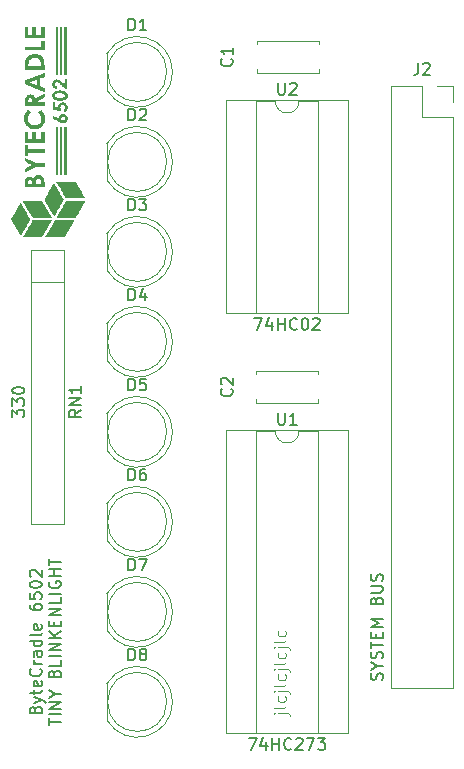
<source format=gbr>
%TF.GenerationSoftware,KiCad,Pcbnew,9.0.0*%
%TF.CreationDate,2025-05-01T21:38:04+02:00*%
%TF.ProjectId,tinyboard-blinkenlight,74696e79-626f-4617-9264-2d626c696e6b,rev?*%
%TF.SameCoordinates,Original*%
%TF.FileFunction,Legend,Top*%
%TF.FilePolarity,Positive*%
%FSLAX46Y46*%
G04 Gerber Fmt 4.6, Leading zero omitted, Abs format (unit mm)*
G04 Created by KiCad (PCBNEW 9.0.0) date 2025-05-01 21:38:04*
%MOMM*%
%LPD*%
G01*
G04 APERTURE LIST*
%ADD10C,0.100000*%
%ADD11C,0.200000*%
%ADD12C,0.150000*%
%ADD13C,0.120000*%
%ADD14C,0.000000*%
G04 APERTURE END LIST*
D10*
X90645752Y-84786115D02*
X91502895Y-84786115D01*
X91502895Y-84786115D02*
X91598133Y-84833734D01*
X91598133Y-84833734D02*
X91645752Y-84928972D01*
X91645752Y-84928972D02*
X91645752Y-84976591D01*
X90312419Y-84786115D02*
X90360038Y-84833734D01*
X90360038Y-84833734D02*
X90407657Y-84786115D01*
X90407657Y-84786115D02*
X90360038Y-84738496D01*
X90360038Y-84738496D02*
X90312419Y-84786115D01*
X90312419Y-84786115D02*
X90407657Y-84786115D01*
X91312419Y-84167068D02*
X91264800Y-84262306D01*
X91264800Y-84262306D02*
X91169561Y-84309925D01*
X91169561Y-84309925D02*
X90312419Y-84309925D01*
X91264800Y-83357544D02*
X91312419Y-83452782D01*
X91312419Y-83452782D02*
X91312419Y-83643258D01*
X91312419Y-83643258D02*
X91264800Y-83738496D01*
X91264800Y-83738496D02*
X91217180Y-83786115D01*
X91217180Y-83786115D02*
X91121942Y-83833734D01*
X91121942Y-83833734D02*
X90836228Y-83833734D01*
X90836228Y-83833734D02*
X90740990Y-83786115D01*
X90740990Y-83786115D02*
X90693371Y-83738496D01*
X90693371Y-83738496D02*
X90645752Y-83643258D01*
X90645752Y-83643258D02*
X90645752Y-83452782D01*
X90645752Y-83452782D02*
X90693371Y-83357544D01*
X90645752Y-82928972D02*
X91502895Y-82928972D01*
X91502895Y-82928972D02*
X91598133Y-82976591D01*
X91598133Y-82976591D02*
X91645752Y-83071829D01*
X91645752Y-83071829D02*
X91645752Y-83119448D01*
X90312419Y-82928972D02*
X90360038Y-82976591D01*
X90360038Y-82976591D02*
X90407657Y-82928972D01*
X90407657Y-82928972D02*
X90360038Y-82881353D01*
X90360038Y-82881353D02*
X90312419Y-82928972D01*
X90312419Y-82928972D02*
X90407657Y-82928972D01*
X91312419Y-82309925D02*
X91264800Y-82405163D01*
X91264800Y-82405163D02*
X91169561Y-82452782D01*
X91169561Y-82452782D02*
X90312419Y-82452782D01*
X91264800Y-81500401D02*
X91312419Y-81595639D01*
X91312419Y-81595639D02*
X91312419Y-81786115D01*
X91312419Y-81786115D02*
X91264800Y-81881353D01*
X91264800Y-81881353D02*
X91217180Y-81928972D01*
X91217180Y-81928972D02*
X91121942Y-81976591D01*
X91121942Y-81976591D02*
X90836228Y-81976591D01*
X90836228Y-81976591D02*
X90740990Y-81928972D01*
X90740990Y-81928972D02*
X90693371Y-81881353D01*
X90693371Y-81881353D02*
X90645752Y-81786115D01*
X90645752Y-81786115D02*
X90645752Y-81595639D01*
X90645752Y-81595639D02*
X90693371Y-81500401D01*
X90645752Y-81071829D02*
X91502895Y-81071829D01*
X91502895Y-81071829D02*
X91598133Y-81119448D01*
X91598133Y-81119448D02*
X91645752Y-81214686D01*
X91645752Y-81214686D02*
X91645752Y-81262305D01*
X90312419Y-81071829D02*
X90360038Y-81119448D01*
X90360038Y-81119448D02*
X90407657Y-81071829D01*
X90407657Y-81071829D02*
X90360038Y-81024210D01*
X90360038Y-81024210D02*
X90312419Y-81071829D01*
X90312419Y-81071829D02*
X90407657Y-81071829D01*
X91312419Y-80452782D02*
X91264800Y-80548020D01*
X91264800Y-80548020D02*
X91169561Y-80595639D01*
X91169561Y-80595639D02*
X90312419Y-80595639D01*
X91264800Y-79643258D02*
X91312419Y-79738496D01*
X91312419Y-79738496D02*
X91312419Y-79928972D01*
X91312419Y-79928972D02*
X91264800Y-80024210D01*
X91264800Y-80024210D02*
X91217180Y-80071829D01*
X91217180Y-80071829D02*
X91121942Y-80119448D01*
X91121942Y-80119448D02*
X90836228Y-80119448D01*
X90836228Y-80119448D02*
X90740990Y-80071829D01*
X90740990Y-80071829D02*
X90693371Y-80024210D01*
X90693371Y-80024210D02*
X90645752Y-79928972D01*
X90645752Y-79928972D02*
X90645752Y-79738496D01*
X90645752Y-79738496D02*
X90693371Y-79643258D01*
X90645752Y-79214686D02*
X91502895Y-79214686D01*
X91502895Y-79214686D02*
X91598133Y-79262305D01*
X91598133Y-79262305D02*
X91645752Y-79357543D01*
X91645752Y-79357543D02*
X91645752Y-79405162D01*
X90312419Y-79214686D02*
X90360038Y-79262305D01*
X90360038Y-79262305D02*
X90407657Y-79214686D01*
X90407657Y-79214686D02*
X90360038Y-79167067D01*
X90360038Y-79167067D02*
X90312419Y-79214686D01*
X90312419Y-79214686D02*
X90407657Y-79214686D01*
X91312419Y-78595639D02*
X91264800Y-78690877D01*
X91264800Y-78690877D02*
X91169561Y-78738496D01*
X91169561Y-78738496D02*
X90312419Y-78738496D01*
X91264800Y-77786115D02*
X91312419Y-77881353D01*
X91312419Y-77881353D02*
X91312419Y-78071829D01*
X91312419Y-78071829D02*
X91264800Y-78167067D01*
X91264800Y-78167067D02*
X91217180Y-78214686D01*
X91217180Y-78214686D02*
X91121942Y-78262305D01*
X91121942Y-78262305D02*
X90836228Y-78262305D01*
X90836228Y-78262305D02*
X90740990Y-78214686D01*
X90740990Y-78214686D02*
X90693371Y-78167067D01*
X90693371Y-78167067D02*
X90645752Y-78071829D01*
X90645752Y-78071829D02*
X90645752Y-77881353D01*
X90645752Y-77881353D02*
X90693371Y-77786115D01*
D11*
X70123465Y-84454286D02*
X70171084Y-84311429D01*
X70171084Y-84311429D02*
X70218703Y-84263810D01*
X70218703Y-84263810D02*
X70313941Y-84216191D01*
X70313941Y-84216191D02*
X70456798Y-84216191D01*
X70456798Y-84216191D02*
X70552036Y-84263810D01*
X70552036Y-84263810D02*
X70599656Y-84311429D01*
X70599656Y-84311429D02*
X70647275Y-84406667D01*
X70647275Y-84406667D02*
X70647275Y-84787619D01*
X70647275Y-84787619D02*
X69647275Y-84787619D01*
X69647275Y-84787619D02*
X69647275Y-84454286D01*
X69647275Y-84454286D02*
X69694894Y-84359048D01*
X69694894Y-84359048D02*
X69742513Y-84311429D01*
X69742513Y-84311429D02*
X69837751Y-84263810D01*
X69837751Y-84263810D02*
X69932989Y-84263810D01*
X69932989Y-84263810D02*
X70028227Y-84311429D01*
X70028227Y-84311429D02*
X70075846Y-84359048D01*
X70075846Y-84359048D02*
X70123465Y-84454286D01*
X70123465Y-84454286D02*
X70123465Y-84787619D01*
X69980608Y-83882857D02*
X70647275Y-83644762D01*
X69980608Y-83406667D02*
X70647275Y-83644762D01*
X70647275Y-83644762D02*
X70885370Y-83740000D01*
X70885370Y-83740000D02*
X70932989Y-83787619D01*
X70932989Y-83787619D02*
X70980608Y-83882857D01*
X69980608Y-83168571D02*
X69980608Y-82787619D01*
X69647275Y-83025714D02*
X70504417Y-83025714D01*
X70504417Y-83025714D02*
X70599656Y-82978095D01*
X70599656Y-82978095D02*
X70647275Y-82882857D01*
X70647275Y-82882857D02*
X70647275Y-82787619D01*
X70599656Y-82073333D02*
X70647275Y-82168571D01*
X70647275Y-82168571D02*
X70647275Y-82359047D01*
X70647275Y-82359047D02*
X70599656Y-82454285D01*
X70599656Y-82454285D02*
X70504417Y-82501904D01*
X70504417Y-82501904D02*
X70123465Y-82501904D01*
X70123465Y-82501904D02*
X70028227Y-82454285D01*
X70028227Y-82454285D02*
X69980608Y-82359047D01*
X69980608Y-82359047D02*
X69980608Y-82168571D01*
X69980608Y-82168571D02*
X70028227Y-82073333D01*
X70028227Y-82073333D02*
X70123465Y-82025714D01*
X70123465Y-82025714D02*
X70218703Y-82025714D01*
X70218703Y-82025714D02*
X70313941Y-82501904D01*
X70552036Y-81025714D02*
X70599656Y-81073333D01*
X70599656Y-81073333D02*
X70647275Y-81216190D01*
X70647275Y-81216190D02*
X70647275Y-81311428D01*
X70647275Y-81311428D02*
X70599656Y-81454285D01*
X70599656Y-81454285D02*
X70504417Y-81549523D01*
X70504417Y-81549523D02*
X70409179Y-81597142D01*
X70409179Y-81597142D02*
X70218703Y-81644761D01*
X70218703Y-81644761D02*
X70075846Y-81644761D01*
X70075846Y-81644761D02*
X69885370Y-81597142D01*
X69885370Y-81597142D02*
X69790132Y-81549523D01*
X69790132Y-81549523D02*
X69694894Y-81454285D01*
X69694894Y-81454285D02*
X69647275Y-81311428D01*
X69647275Y-81311428D02*
X69647275Y-81216190D01*
X69647275Y-81216190D02*
X69694894Y-81073333D01*
X69694894Y-81073333D02*
X69742513Y-81025714D01*
X70647275Y-80597142D02*
X69980608Y-80597142D01*
X70171084Y-80597142D02*
X70075846Y-80549523D01*
X70075846Y-80549523D02*
X70028227Y-80501904D01*
X70028227Y-80501904D02*
X69980608Y-80406666D01*
X69980608Y-80406666D02*
X69980608Y-80311428D01*
X70647275Y-79549523D02*
X70123465Y-79549523D01*
X70123465Y-79549523D02*
X70028227Y-79597142D01*
X70028227Y-79597142D02*
X69980608Y-79692380D01*
X69980608Y-79692380D02*
X69980608Y-79882856D01*
X69980608Y-79882856D02*
X70028227Y-79978094D01*
X70599656Y-79549523D02*
X70647275Y-79644761D01*
X70647275Y-79644761D02*
X70647275Y-79882856D01*
X70647275Y-79882856D02*
X70599656Y-79978094D01*
X70599656Y-79978094D02*
X70504417Y-80025713D01*
X70504417Y-80025713D02*
X70409179Y-80025713D01*
X70409179Y-80025713D02*
X70313941Y-79978094D01*
X70313941Y-79978094D02*
X70266322Y-79882856D01*
X70266322Y-79882856D02*
X70266322Y-79644761D01*
X70266322Y-79644761D02*
X70218703Y-79549523D01*
X70647275Y-78644761D02*
X69647275Y-78644761D01*
X70599656Y-78644761D02*
X70647275Y-78739999D01*
X70647275Y-78739999D02*
X70647275Y-78930475D01*
X70647275Y-78930475D02*
X70599656Y-79025713D01*
X70599656Y-79025713D02*
X70552036Y-79073332D01*
X70552036Y-79073332D02*
X70456798Y-79120951D01*
X70456798Y-79120951D02*
X70171084Y-79120951D01*
X70171084Y-79120951D02*
X70075846Y-79073332D01*
X70075846Y-79073332D02*
X70028227Y-79025713D01*
X70028227Y-79025713D02*
X69980608Y-78930475D01*
X69980608Y-78930475D02*
X69980608Y-78739999D01*
X69980608Y-78739999D02*
X70028227Y-78644761D01*
X70647275Y-78025713D02*
X70599656Y-78120951D01*
X70599656Y-78120951D02*
X70504417Y-78168570D01*
X70504417Y-78168570D02*
X69647275Y-78168570D01*
X70599656Y-77263808D02*
X70647275Y-77359046D01*
X70647275Y-77359046D02*
X70647275Y-77549522D01*
X70647275Y-77549522D02*
X70599656Y-77644760D01*
X70599656Y-77644760D02*
X70504417Y-77692379D01*
X70504417Y-77692379D02*
X70123465Y-77692379D01*
X70123465Y-77692379D02*
X70028227Y-77644760D01*
X70028227Y-77644760D02*
X69980608Y-77549522D01*
X69980608Y-77549522D02*
X69980608Y-77359046D01*
X69980608Y-77359046D02*
X70028227Y-77263808D01*
X70028227Y-77263808D02*
X70123465Y-77216189D01*
X70123465Y-77216189D02*
X70218703Y-77216189D01*
X70218703Y-77216189D02*
X70313941Y-77692379D01*
X69647275Y-75597141D02*
X69647275Y-75787617D01*
X69647275Y-75787617D02*
X69694894Y-75882855D01*
X69694894Y-75882855D02*
X69742513Y-75930474D01*
X69742513Y-75930474D02*
X69885370Y-76025712D01*
X69885370Y-76025712D02*
X70075846Y-76073331D01*
X70075846Y-76073331D02*
X70456798Y-76073331D01*
X70456798Y-76073331D02*
X70552036Y-76025712D01*
X70552036Y-76025712D02*
X70599656Y-75978093D01*
X70599656Y-75978093D02*
X70647275Y-75882855D01*
X70647275Y-75882855D02*
X70647275Y-75692379D01*
X70647275Y-75692379D02*
X70599656Y-75597141D01*
X70599656Y-75597141D02*
X70552036Y-75549522D01*
X70552036Y-75549522D02*
X70456798Y-75501903D01*
X70456798Y-75501903D02*
X70218703Y-75501903D01*
X70218703Y-75501903D02*
X70123465Y-75549522D01*
X70123465Y-75549522D02*
X70075846Y-75597141D01*
X70075846Y-75597141D02*
X70028227Y-75692379D01*
X70028227Y-75692379D02*
X70028227Y-75882855D01*
X70028227Y-75882855D02*
X70075846Y-75978093D01*
X70075846Y-75978093D02*
X70123465Y-76025712D01*
X70123465Y-76025712D02*
X70218703Y-76073331D01*
X69647275Y-74597141D02*
X69647275Y-75073331D01*
X69647275Y-75073331D02*
X70123465Y-75120950D01*
X70123465Y-75120950D02*
X70075846Y-75073331D01*
X70075846Y-75073331D02*
X70028227Y-74978093D01*
X70028227Y-74978093D02*
X70028227Y-74739998D01*
X70028227Y-74739998D02*
X70075846Y-74644760D01*
X70075846Y-74644760D02*
X70123465Y-74597141D01*
X70123465Y-74597141D02*
X70218703Y-74549522D01*
X70218703Y-74549522D02*
X70456798Y-74549522D01*
X70456798Y-74549522D02*
X70552036Y-74597141D01*
X70552036Y-74597141D02*
X70599656Y-74644760D01*
X70599656Y-74644760D02*
X70647275Y-74739998D01*
X70647275Y-74739998D02*
X70647275Y-74978093D01*
X70647275Y-74978093D02*
X70599656Y-75073331D01*
X70599656Y-75073331D02*
X70552036Y-75120950D01*
X69647275Y-73930474D02*
X69647275Y-73835236D01*
X69647275Y-73835236D02*
X69694894Y-73739998D01*
X69694894Y-73739998D02*
X69742513Y-73692379D01*
X69742513Y-73692379D02*
X69837751Y-73644760D01*
X69837751Y-73644760D02*
X70028227Y-73597141D01*
X70028227Y-73597141D02*
X70266322Y-73597141D01*
X70266322Y-73597141D02*
X70456798Y-73644760D01*
X70456798Y-73644760D02*
X70552036Y-73692379D01*
X70552036Y-73692379D02*
X70599656Y-73739998D01*
X70599656Y-73739998D02*
X70647275Y-73835236D01*
X70647275Y-73835236D02*
X70647275Y-73930474D01*
X70647275Y-73930474D02*
X70599656Y-74025712D01*
X70599656Y-74025712D02*
X70552036Y-74073331D01*
X70552036Y-74073331D02*
X70456798Y-74120950D01*
X70456798Y-74120950D02*
X70266322Y-74168569D01*
X70266322Y-74168569D02*
X70028227Y-74168569D01*
X70028227Y-74168569D02*
X69837751Y-74120950D01*
X69837751Y-74120950D02*
X69742513Y-74073331D01*
X69742513Y-74073331D02*
X69694894Y-74025712D01*
X69694894Y-74025712D02*
X69647275Y-73930474D01*
X69742513Y-73216188D02*
X69694894Y-73168569D01*
X69694894Y-73168569D02*
X69647275Y-73073331D01*
X69647275Y-73073331D02*
X69647275Y-72835236D01*
X69647275Y-72835236D02*
X69694894Y-72739998D01*
X69694894Y-72739998D02*
X69742513Y-72692379D01*
X69742513Y-72692379D02*
X69837751Y-72644760D01*
X69837751Y-72644760D02*
X69932989Y-72644760D01*
X69932989Y-72644760D02*
X70075846Y-72692379D01*
X70075846Y-72692379D02*
X70647275Y-73263807D01*
X70647275Y-73263807D02*
X70647275Y-72644760D01*
X71257219Y-85787618D02*
X71257219Y-85216190D01*
X72257219Y-85501904D02*
X71257219Y-85501904D01*
X72257219Y-84882856D02*
X71257219Y-84882856D01*
X72257219Y-84406666D02*
X71257219Y-84406666D01*
X71257219Y-84406666D02*
X72257219Y-83835238D01*
X72257219Y-83835238D02*
X71257219Y-83835238D01*
X71781028Y-83168571D02*
X72257219Y-83168571D01*
X71257219Y-83501904D02*
X71781028Y-83168571D01*
X71781028Y-83168571D02*
X71257219Y-82835238D01*
X71733409Y-81406666D02*
X71781028Y-81263809D01*
X71781028Y-81263809D02*
X71828647Y-81216190D01*
X71828647Y-81216190D02*
X71923885Y-81168571D01*
X71923885Y-81168571D02*
X72066742Y-81168571D01*
X72066742Y-81168571D02*
X72161980Y-81216190D01*
X72161980Y-81216190D02*
X72209600Y-81263809D01*
X72209600Y-81263809D02*
X72257219Y-81359047D01*
X72257219Y-81359047D02*
X72257219Y-81739999D01*
X72257219Y-81739999D02*
X71257219Y-81739999D01*
X71257219Y-81739999D02*
X71257219Y-81406666D01*
X71257219Y-81406666D02*
X71304838Y-81311428D01*
X71304838Y-81311428D02*
X71352457Y-81263809D01*
X71352457Y-81263809D02*
X71447695Y-81216190D01*
X71447695Y-81216190D02*
X71542933Y-81216190D01*
X71542933Y-81216190D02*
X71638171Y-81263809D01*
X71638171Y-81263809D02*
X71685790Y-81311428D01*
X71685790Y-81311428D02*
X71733409Y-81406666D01*
X71733409Y-81406666D02*
X71733409Y-81739999D01*
X72257219Y-80263809D02*
X72257219Y-80739999D01*
X72257219Y-80739999D02*
X71257219Y-80739999D01*
X72257219Y-79930475D02*
X71257219Y-79930475D01*
X72257219Y-79454285D02*
X71257219Y-79454285D01*
X71257219Y-79454285D02*
X72257219Y-78882857D01*
X72257219Y-78882857D02*
X71257219Y-78882857D01*
X72257219Y-78406666D02*
X71257219Y-78406666D01*
X72257219Y-77835238D02*
X71685790Y-78263809D01*
X71257219Y-77835238D02*
X71828647Y-78406666D01*
X71733409Y-77406666D02*
X71733409Y-77073333D01*
X72257219Y-76930476D02*
X72257219Y-77406666D01*
X72257219Y-77406666D02*
X71257219Y-77406666D01*
X71257219Y-77406666D02*
X71257219Y-76930476D01*
X72257219Y-76501904D02*
X71257219Y-76501904D01*
X71257219Y-76501904D02*
X72257219Y-75930476D01*
X72257219Y-75930476D02*
X71257219Y-75930476D01*
X72257219Y-74978095D02*
X72257219Y-75454285D01*
X72257219Y-75454285D02*
X71257219Y-75454285D01*
X72257219Y-74644761D02*
X71257219Y-74644761D01*
X71304838Y-73644762D02*
X71257219Y-73740000D01*
X71257219Y-73740000D02*
X71257219Y-73882857D01*
X71257219Y-73882857D02*
X71304838Y-74025714D01*
X71304838Y-74025714D02*
X71400076Y-74120952D01*
X71400076Y-74120952D02*
X71495314Y-74168571D01*
X71495314Y-74168571D02*
X71685790Y-74216190D01*
X71685790Y-74216190D02*
X71828647Y-74216190D01*
X71828647Y-74216190D02*
X72019123Y-74168571D01*
X72019123Y-74168571D02*
X72114361Y-74120952D01*
X72114361Y-74120952D02*
X72209600Y-74025714D01*
X72209600Y-74025714D02*
X72257219Y-73882857D01*
X72257219Y-73882857D02*
X72257219Y-73787619D01*
X72257219Y-73787619D02*
X72209600Y-73644762D01*
X72209600Y-73644762D02*
X72161980Y-73597143D01*
X72161980Y-73597143D02*
X71828647Y-73597143D01*
X71828647Y-73597143D02*
X71828647Y-73787619D01*
X72257219Y-73168571D02*
X71257219Y-73168571D01*
X71733409Y-73168571D02*
X71733409Y-72597143D01*
X72257219Y-72597143D02*
X71257219Y-72597143D01*
X71257219Y-72263809D02*
X71257219Y-71692381D01*
X72257219Y-71978095D02*
X71257219Y-71978095D01*
D12*
X90678095Y-31414819D02*
X90678095Y-32224342D01*
X90678095Y-32224342D02*
X90725714Y-32319580D01*
X90725714Y-32319580D02*
X90773333Y-32367200D01*
X90773333Y-32367200D02*
X90868571Y-32414819D01*
X90868571Y-32414819D02*
X91059047Y-32414819D01*
X91059047Y-32414819D02*
X91154285Y-32367200D01*
X91154285Y-32367200D02*
X91201904Y-32319580D01*
X91201904Y-32319580D02*
X91249523Y-32224342D01*
X91249523Y-32224342D02*
X91249523Y-31414819D01*
X91678095Y-31510057D02*
X91725714Y-31462438D01*
X91725714Y-31462438D02*
X91820952Y-31414819D01*
X91820952Y-31414819D02*
X92059047Y-31414819D01*
X92059047Y-31414819D02*
X92154285Y-31462438D01*
X92154285Y-31462438D02*
X92201904Y-31510057D01*
X92201904Y-31510057D02*
X92249523Y-31605295D01*
X92249523Y-31605295D02*
X92249523Y-31700533D01*
X92249523Y-31700533D02*
X92201904Y-31843390D01*
X92201904Y-31843390D02*
X91630476Y-32414819D01*
X91630476Y-32414819D02*
X92249523Y-32414819D01*
X88654286Y-51314819D02*
X89320952Y-51314819D01*
X89320952Y-51314819D02*
X88892381Y-52314819D01*
X90130476Y-51648152D02*
X90130476Y-52314819D01*
X89892381Y-51267200D02*
X89654286Y-51981485D01*
X89654286Y-51981485D02*
X90273333Y-51981485D01*
X90654286Y-52314819D02*
X90654286Y-51314819D01*
X90654286Y-51791009D02*
X91225714Y-51791009D01*
X91225714Y-52314819D02*
X91225714Y-51314819D01*
X92273333Y-52219580D02*
X92225714Y-52267200D01*
X92225714Y-52267200D02*
X92082857Y-52314819D01*
X92082857Y-52314819D02*
X91987619Y-52314819D01*
X91987619Y-52314819D02*
X91844762Y-52267200D01*
X91844762Y-52267200D02*
X91749524Y-52171961D01*
X91749524Y-52171961D02*
X91701905Y-52076723D01*
X91701905Y-52076723D02*
X91654286Y-51886247D01*
X91654286Y-51886247D02*
X91654286Y-51743390D01*
X91654286Y-51743390D02*
X91701905Y-51552914D01*
X91701905Y-51552914D02*
X91749524Y-51457676D01*
X91749524Y-51457676D02*
X91844762Y-51362438D01*
X91844762Y-51362438D02*
X91987619Y-51314819D01*
X91987619Y-51314819D02*
X92082857Y-51314819D01*
X92082857Y-51314819D02*
X92225714Y-51362438D01*
X92225714Y-51362438D02*
X92273333Y-51410057D01*
X92892381Y-51314819D02*
X92987619Y-51314819D01*
X92987619Y-51314819D02*
X93082857Y-51362438D01*
X93082857Y-51362438D02*
X93130476Y-51410057D01*
X93130476Y-51410057D02*
X93178095Y-51505295D01*
X93178095Y-51505295D02*
X93225714Y-51695771D01*
X93225714Y-51695771D02*
X93225714Y-51933866D01*
X93225714Y-51933866D02*
X93178095Y-52124342D01*
X93178095Y-52124342D02*
X93130476Y-52219580D01*
X93130476Y-52219580D02*
X93082857Y-52267200D01*
X93082857Y-52267200D02*
X92987619Y-52314819D01*
X92987619Y-52314819D02*
X92892381Y-52314819D01*
X92892381Y-52314819D02*
X92797143Y-52267200D01*
X92797143Y-52267200D02*
X92749524Y-52219580D01*
X92749524Y-52219580D02*
X92701905Y-52124342D01*
X92701905Y-52124342D02*
X92654286Y-51933866D01*
X92654286Y-51933866D02*
X92654286Y-51695771D01*
X92654286Y-51695771D02*
X92701905Y-51505295D01*
X92701905Y-51505295D02*
X92749524Y-51410057D01*
X92749524Y-51410057D02*
X92797143Y-51362438D01*
X92797143Y-51362438D02*
X92892381Y-51314819D01*
X93606667Y-51410057D02*
X93654286Y-51362438D01*
X93654286Y-51362438D02*
X93749524Y-51314819D01*
X93749524Y-51314819D02*
X93987619Y-51314819D01*
X93987619Y-51314819D02*
X94082857Y-51362438D01*
X94082857Y-51362438D02*
X94130476Y-51410057D01*
X94130476Y-51410057D02*
X94178095Y-51505295D01*
X94178095Y-51505295D02*
X94178095Y-51600533D01*
X94178095Y-51600533D02*
X94130476Y-51743390D01*
X94130476Y-51743390D02*
X93559048Y-52314819D01*
X93559048Y-52314819D02*
X94178095Y-52314819D01*
X86719580Y-57316666D02*
X86767200Y-57364285D01*
X86767200Y-57364285D02*
X86814819Y-57507142D01*
X86814819Y-57507142D02*
X86814819Y-57602380D01*
X86814819Y-57602380D02*
X86767200Y-57745237D01*
X86767200Y-57745237D02*
X86671961Y-57840475D01*
X86671961Y-57840475D02*
X86576723Y-57888094D01*
X86576723Y-57888094D02*
X86386247Y-57935713D01*
X86386247Y-57935713D02*
X86243390Y-57935713D01*
X86243390Y-57935713D02*
X86052914Y-57888094D01*
X86052914Y-57888094D02*
X85957676Y-57840475D01*
X85957676Y-57840475D02*
X85862438Y-57745237D01*
X85862438Y-57745237D02*
X85814819Y-57602380D01*
X85814819Y-57602380D02*
X85814819Y-57507142D01*
X85814819Y-57507142D02*
X85862438Y-57364285D01*
X85862438Y-57364285D02*
X85910057Y-57316666D01*
X85910057Y-56935713D02*
X85862438Y-56888094D01*
X85862438Y-56888094D02*
X85814819Y-56792856D01*
X85814819Y-56792856D02*
X85814819Y-56554761D01*
X85814819Y-56554761D02*
X85862438Y-56459523D01*
X85862438Y-56459523D02*
X85910057Y-56411904D01*
X85910057Y-56411904D02*
X86005295Y-56364285D01*
X86005295Y-56364285D02*
X86100533Y-56364285D01*
X86100533Y-56364285D02*
X86243390Y-56411904D01*
X86243390Y-56411904D02*
X86814819Y-56983332D01*
X86814819Y-56983332D02*
X86814819Y-56364285D01*
X78001905Y-57454819D02*
X78001905Y-56454819D01*
X78001905Y-56454819D02*
X78240000Y-56454819D01*
X78240000Y-56454819D02*
X78382857Y-56502438D01*
X78382857Y-56502438D02*
X78478095Y-56597676D01*
X78478095Y-56597676D02*
X78525714Y-56692914D01*
X78525714Y-56692914D02*
X78573333Y-56883390D01*
X78573333Y-56883390D02*
X78573333Y-57026247D01*
X78573333Y-57026247D02*
X78525714Y-57216723D01*
X78525714Y-57216723D02*
X78478095Y-57311961D01*
X78478095Y-57311961D02*
X78382857Y-57407200D01*
X78382857Y-57407200D02*
X78240000Y-57454819D01*
X78240000Y-57454819D02*
X78001905Y-57454819D01*
X79478095Y-56454819D02*
X79001905Y-56454819D01*
X79001905Y-56454819D02*
X78954286Y-56931009D01*
X78954286Y-56931009D02*
X79001905Y-56883390D01*
X79001905Y-56883390D02*
X79097143Y-56835771D01*
X79097143Y-56835771D02*
X79335238Y-56835771D01*
X79335238Y-56835771D02*
X79430476Y-56883390D01*
X79430476Y-56883390D02*
X79478095Y-56931009D01*
X79478095Y-56931009D02*
X79525714Y-57026247D01*
X79525714Y-57026247D02*
X79525714Y-57264342D01*
X79525714Y-57264342D02*
X79478095Y-57359580D01*
X79478095Y-57359580D02*
X79430476Y-57407200D01*
X79430476Y-57407200D02*
X79335238Y-57454819D01*
X79335238Y-57454819D02*
X79097143Y-57454819D01*
X79097143Y-57454819D02*
X79001905Y-57407200D01*
X79001905Y-57407200D02*
X78954286Y-57359580D01*
X78001905Y-26974819D02*
X78001905Y-25974819D01*
X78001905Y-25974819D02*
X78240000Y-25974819D01*
X78240000Y-25974819D02*
X78382857Y-26022438D01*
X78382857Y-26022438D02*
X78478095Y-26117676D01*
X78478095Y-26117676D02*
X78525714Y-26212914D01*
X78525714Y-26212914D02*
X78573333Y-26403390D01*
X78573333Y-26403390D02*
X78573333Y-26546247D01*
X78573333Y-26546247D02*
X78525714Y-26736723D01*
X78525714Y-26736723D02*
X78478095Y-26831961D01*
X78478095Y-26831961D02*
X78382857Y-26927200D01*
X78382857Y-26927200D02*
X78240000Y-26974819D01*
X78240000Y-26974819D02*
X78001905Y-26974819D01*
X79525714Y-26974819D02*
X78954286Y-26974819D01*
X79240000Y-26974819D02*
X79240000Y-25974819D01*
X79240000Y-25974819D02*
X79144762Y-26117676D01*
X79144762Y-26117676D02*
X79049524Y-26212914D01*
X79049524Y-26212914D02*
X78954286Y-26260533D01*
X78001905Y-72694819D02*
X78001905Y-71694819D01*
X78001905Y-71694819D02*
X78240000Y-71694819D01*
X78240000Y-71694819D02*
X78382857Y-71742438D01*
X78382857Y-71742438D02*
X78478095Y-71837676D01*
X78478095Y-71837676D02*
X78525714Y-71932914D01*
X78525714Y-71932914D02*
X78573333Y-72123390D01*
X78573333Y-72123390D02*
X78573333Y-72266247D01*
X78573333Y-72266247D02*
X78525714Y-72456723D01*
X78525714Y-72456723D02*
X78478095Y-72551961D01*
X78478095Y-72551961D02*
X78382857Y-72647200D01*
X78382857Y-72647200D02*
X78240000Y-72694819D01*
X78240000Y-72694819D02*
X78001905Y-72694819D01*
X78906667Y-71694819D02*
X79573333Y-71694819D01*
X79573333Y-71694819D02*
X79144762Y-72694819D01*
X78001905Y-65074819D02*
X78001905Y-64074819D01*
X78001905Y-64074819D02*
X78240000Y-64074819D01*
X78240000Y-64074819D02*
X78382857Y-64122438D01*
X78382857Y-64122438D02*
X78478095Y-64217676D01*
X78478095Y-64217676D02*
X78525714Y-64312914D01*
X78525714Y-64312914D02*
X78573333Y-64503390D01*
X78573333Y-64503390D02*
X78573333Y-64646247D01*
X78573333Y-64646247D02*
X78525714Y-64836723D01*
X78525714Y-64836723D02*
X78478095Y-64931961D01*
X78478095Y-64931961D02*
X78382857Y-65027200D01*
X78382857Y-65027200D02*
X78240000Y-65074819D01*
X78240000Y-65074819D02*
X78001905Y-65074819D01*
X79430476Y-64074819D02*
X79240000Y-64074819D01*
X79240000Y-64074819D02*
X79144762Y-64122438D01*
X79144762Y-64122438D02*
X79097143Y-64170057D01*
X79097143Y-64170057D02*
X79001905Y-64312914D01*
X79001905Y-64312914D02*
X78954286Y-64503390D01*
X78954286Y-64503390D02*
X78954286Y-64884342D01*
X78954286Y-64884342D02*
X79001905Y-64979580D01*
X79001905Y-64979580D02*
X79049524Y-65027200D01*
X79049524Y-65027200D02*
X79144762Y-65074819D01*
X79144762Y-65074819D02*
X79335238Y-65074819D01*
X79335238Y-65074819D02*
X79430476Y-65027200D01*
X79430476Y-65027200D02*
X79478095Y-64979580D01*
X79478095Y-64979580D02*
X79525714Y-64884342D01*
X79525714Y-64884342D02*
X79525714Y-64646247D01*
X79525714Y-64646247D02*
X79478095Y-64551009D01*
X79478095Y-64551009D02*
X79430476Y-64503390D01*
X79430476Y-64503390D02*
X79335238Y-64455771D01*
X79335238Y-64455771D02*
X79144762Y-64455771D01*
X79144762Y-64455771D02*
X79049524Y-64503390D01*
X79049524Y-64503390D02*
X79001905Y-64551009D01*
X79001905Y-64551009D02*
X78954286Y-64646247D01*
X73974819Y-59095476D02*
X73498628Y-59428809D01*
X73974819Y-59666904D02*
X72974819Y-59666904D01*
X72974819Y-59666904D02*
X72974819Y-59285952D01*
X72974819Y-59285952D02*
X73022438Y-59190714D01*
X73022438Y-59190714D02*
X73070057Y-59143095D01*
X73070057Y-59143095D02*
X73165295Y-59095476D01*
X73165295Y-59095476D02*
X73308152Y-59095476D01*
X73308152Y-59095476D02*
X73403390Y-59143095D01*
X73403390Y-59143095D02*
X73451009Y-59190714D01*
X73451009Y-59190714D02*
X73498628Y-59285952D01*
X73498628Y-59285952D02*
X73498628Y-59666904D01*
X73974819Y-58666904D02*
X72974819Y-58666904D01*
X72974819Y-58666904D02*
X73974819Y-58095476D01*
X73974819Y-58095476D02*
X72974819Y-58095476D01*
X73974819Y-57095476D02*
X73974819Y-57666904D01*
X73974819Y-57381190D02*
X72974819Y-57381190D01*
X72974819Y-57381190D02*
X73117676Y-57476428D01*
X73117676Y-57476428D02*
X73212914Y-57571666D01*
X73212914Y-57571666D02*
X73260533Y-57666904D01*
X68174819Y-59690713D02*
X68174819Y-59071666D01*
X68174819Y-59071666D02*
X68555771Y-59404999D01*
X68555771Y-59404999D02*
X68555771Y-59262142D01*
X68555771Y-59262142D02*
X68603390Y-59166904D01*
X68603390Y-59166904D02*
X68651009Y-59119285D01*
X68651009Y-59119285D02*
X68746247Y-59071666D01*
X68746247Y-59071666D02*
X68984342Y-59071666D01*
X68984342Y-59071666D02*
X69079580Y-59119285D01*
X69079580Y-59119285D02*
X69127200Y-59166904D01*
X69127200Y-59166904D02*
X69174819Y-59262142D01*
X69174819Y-59262142D02*
X69174819Y-59547856D01*
X69174819Y-59547856D02*
X69127200Y-59643094D01*
X69127200Y-59643094D02*
X69079580Y-59690713D01*
X68174819Y-58738332D02*
X68174819Y-58119285D01*
X68174819Y-58119285D02*
X68555771Y-58452618D01*
X68555771Y-58452618D02*
X68555771Y-58309761D01*
X68555771Y-58309761D02*
X68603390Y-58214523D01*
X68603390Y-58214523D02*
X68651009Y-58166904D01*
X68651009Y-58166904D02*
X68746247Y-58119285D01*
X68746247Y-58119285D02*
X68984342Y-58119285D01*
X68984342Y-58119285D02*
X69079580Y-58166904D01*
X69079580Y-58166904D02*
X69127200Y-58214523D01*
X69127200Y-58214523D02*
X69174819Y-58309761D01*
X69174819Y-58309761D02*
X69174819Y-58595475D01*
X69174819Y-58595475D02*
X69127200Y-58690713D01*
X69127200Y-58690713D02*
X69079580Y-58738332D01*
X68174819Y-57500237D02*
X68174819Y-57404999D01*
X68174819Y-57404999D02*
X68222438Y-57309761D01*
X68222438Y-57309761D02*
X68270057Y-57262142D01*
X68270057Y-57262142D02*
X68365295Y-57214523D01*
X68365295Y-57214523D02*
X68555771Y-57166904D01*
X68555771Y-57166904D02*
X68793866Y-57166904D01*
X68793866Y-57166904D02*
X68984342Y-57214523D01*
X68984342Y-57214523D02*
X69079580Y-57262142D01*
X69079580Y-57262142D02*
X69127200Y-57309761D01*
X69127200Y-57309761D02*
X69174819Y-57404999D01*
X69174819Y-57404999D02*
X69174819Y-57500237D01*
X69174819Y-57500237D02*
X69127200Y-57595475D01*
X69127200Y-57595475D02*
X69079580Y-57643094D01*
X69079580Y-57643094D02*
X68984342Y-57690713D01*
X68984342Y-57690713D02*
X68793866Y-57738332D01*
X68793866Y-57738332D02*
X68555771Y-57738332D01*
X68555771Y-57738332D02*
X68365295Y-57690713D01*
X68365295Y-57690713D02*
X68270057Y-57643094D01*
X68270057Y-57643094D02*
X68222438Y-57595475D01*
X68222438Y-57595475D02*
X68174819Y-57500237D01*
X78001905Y-80314819D02*
X78001905Y-79314819D01*
X78001905Y-79314819D02*
X78240000Y-79314819D01*
X78240000Y-79314819D02*
X78382857Y-79362438D01*
X78382857Y-79362438D02*
X78478095Y-79457676D01*
X78478095Y-79457676D02*
X78525714Y-79552914D01*
X78525714Y-79552914D02*
X78573333Y-79743390D01*
X78573333Y-79743390D02*
X78573333Y-79886247D01*
X78573333Y-79886247D02*
X78525714Y-80076723D01*
X78525714Y-80076723D02*
X78478095Y-80171961D01*
X78478095Y-80171961D02*
X78382857Y-80267200D01*
X78382857Y-80267200D02*
X78240000Y-80314819D01*
X78240000Y-80314819D02*
X78001905Y-80314819D01*
X79144762Y-79743390D02*
X79049524Y-79695771D01*
X79049524Y-79695771D02*
X79001905Y-79648152D01*
X79001905Y-79648152D02*
X78954286Y-79552914D01*
X78954286Y-79552914D02*
X78954286Y-79505295D01*
X78954286Y-79505295D02*
X79001905Y-79410057D01*
X79001905Y-79410057D02*
X79049524Y-79362438D01*
X79049524Y-79362438D02*
X79144762Y-79314819D01*
X79144762Y-79314819D02*
X79335238Y-79314819D01*
X79335238Y-79314819D02*
X79430476Y-79362438D01*
X79430476Y-79362438D02*
X79478095Y-79410057D01*
X79478095Y-79410057D02*
X79525714Y-79505295D01*
X79525714Y-79505295D02*
X79525714Y-79552914D01*
X79525714Y-79552914D02*
X79478095Y-79648152D01*
X79478095Y-79648152D02*
X79430476Y-79695771D01*
X79430476Y-79695771D02*
X79335238Y-79743390D01*
X79335238Y-79743390D02*
X79144762Y-79743390D01*
X79144762Y-79743390D02*
X79049524Y-79791009D01*
X79049524Y-79791009D02*
X79001905Y-79838628D01*
X79001905Y-79838628D02*
X78954286Y-79933866D01*
X78954286Y-79933866D02*
X78954286Y-80124342D01*
X78954286Y-80124342D02*
X79001905Y-80219580D01*
X79001905Y-80219580D02*
X79049524Y-80267200D01*
X79049524Y-80267200D02*
X79144762Y-80314819D01*
X79144762Y-80314819D02*
X79335238Y-80314819D01*
X79335238Y-80314819D02*
X79430476Y-80267200D01*
X79430476Y-80267200D02*
X79478095Y-80219580D01*
X79478095Y-80219580D02*
X79525714Y-80124342D01*
X79525714Y-80124342D02*
X79525714Y-79933866D01*
X79525714Y-79933866D02*
X79478095Y-79838628D01*
X79478095Y-79838628D02*
X79430476Y-79791009D01*
X79430476Y-79791009D02*
X79335238Y-79743390D01*
X78001905Y-42214819D02*
X78001905Y-41214819D01*
X78001905Y-41214819D02*
X78240000Y-41214819D01*
X78240000Y-41214819D02*
X78382857Y-41262438D01*
X78382857Y-41262438D02*
X78478095Y-41357676D01*
X78478095Y-41357676D02*
X78525714Y-41452914D01*
X78525714Y-41452914D02*
X78573333Y-41643390D01*
X78573333Y-41643390D02*
X78573333Y-41786247D01*
X78573333Y-41786247D02*
X78525714Y-41976723D01*
X78525714Y-41976723D02*
X78478095Y-42071961D01*
X78478095Y-42071961D02*
X78382857Y-42167200D01*
X78382857Y-42167200D02*
X78240000Y-42214819D01*
X78240000Y-42214819D02*
X78001905Y-42214819D01*
X78906667Y-41214819D02*
X79525714Y-41214819D01*
X79525714Y-41214819D02*
X79192381Y-41595771D01*
X79192381Y-41595771D02*
X79335238Y-41595771D01*
X79335238Y-41595771D02*
X79430476Y-41643390D01*
X79430476Y-41643390D02*
X79478095Y-41691009D01*
X79478095Y-41691009D02*
X79525714Y-41786247D01*
X79525714Y-41786247D02*
X79525714Y-42024342D01*
X79525714Y-42024342D02*
X79478095Y-42119580D01*
X79478095Y-42119580D02*
X79430476Y-42167200D01*
X79430476Y-42167200D02*
X79335238Y-42214819D01*
X79335238Y-42214819D02*
X79049524Y-42214819D01*
X79049524Y-42214819D02*
X78954286Y-42167200D01*
X78954286Y-42167200D02*
X78906667Y-42119580D01*
X90678095Y-59354819D02*
X90678095Y-60164342D01*
X90678095Y-60164342D02*
X90725714Y-60259580D01*
X90725714Y-60259580D02*
X90773333Y-60307200D01*
X90773333Y-60307200D02*
X90868571Y-60354819D01*
X90868571Y-60354819D02*
X91059047Y-60354819D01*
X91059047Y-60354819D02*
X91154285Y-60307200D01*
X91154285Y-60307200D02*
X91201904Y-60259580D01*
X91201904Y-60259580D02*
X91249523Y-60164342D01*
X91249523Y-60164342D02*
X91249523Y-59354819D01*
X92249523Y-60354819D02*
X91678095Y-60354819D01*
X91963809Y-60354819D02*
X91963809Y-59354819D01*
X91963809Y-59354819D02*
X91868571Y-59497676D01*
X91868571Y-59497676D02*
X91773333Y-59592914D01*
X91773333Y-59592914D02*
X91678095Y-59640533D01*
X88178095Y-86874819D02*
X88844761Y-86874819D01*
X88844761Y-86874819D02*
X88416190Y-87874819D01*
X89654285Y-87208152D02*
X89654285Y-87874819D01*
X89416190Y-86827200D02*
X89178095Y-87541485D01*
X89178095Y-87541485D02*
X89797142Y-87541485D01*
X90178095Y-87874819D02*
X90178095Y-86874819D01*
X90178095Y-87351009D02*
X90749523Y-87351009D01*
X90749523Y-87874819D02*
X90749523Y-86874819D01*
X91797142Y-87779580D02*
X91749523Y-87827200D01*
X91749523Y-87827200D02*
X91606666Y-87874819D01*
X91606666Y-87874819D02*
X91511428Y-87874819D01*
X91511428Y-87874819D02*
X91368571Y-87827200D01*
X91368571Y-87827200D02*
X91273333Y-87731961D01*
X91273333Y-87731961D02*
X91225714Y-87636723D01*
X91225714Y-87636723D02*
X91178095Y-87446247D01*
X91178095Y-87446247D02*
X91178095Y-87303390D01*
X91178095Y-87303390D02*
X91225714Y-87112914D01*
X91225714Y-87112914D02*
X91273333Y-87017676D01*
X91273333Y-87017676D02*
X91368571Y-86922438D01*
X91368571Y-86922438D02*
X91511428Y-86874819D01*
X91511428Y-86874819D02*
X91606666Y-86874819D01*
X91606666Y-86874819D02*
X91749523Y-86922438D01*
X91749523Y-86922438D02*
X91797142Y-86970057D01*
X92178095Y-86970057D02*
X92225714Y-86922438D01*
X92225714Y-86922438D02*
X92320952Y-86874819D01*
X92320952Y-86874819D02*
X92559047Y-86874819D01*
X92559047Y-86874819D02*
X92654285Y-86922438D01*
X92654285Y-86922438D02*
X92701904Y-86970057D01*
X92701904Y-86970057D02*
X92749523Y-87065295D01*
X92749523Y-87065295D02*
X92749523Y-87160533D01*
X92749523Y-87160533D02*
X92701904Y-87303390D01*
X92701904Y-87303390D02*
X92130476Y-87874819D01*
X92130476Y-87874819D02*
X92749523Y-87874819D01*
X93082857Y-86874819D02*
X93749523Y-86874819D01*
X93749523Y-86874819D02*
X93320952Y-87874819D01*
X94035238Y-86874819D02*
X94654285Y-86874819D01*
X94654285Y-86874819D02*
X94320952Y-87255771D01*
X94320952Y-87255771D02*
X94463809Y-87255771D01*
X94463809Y-87255771D02*
X94559047Y-87303390D01*
X94559047Y-87303390D02*
X94606666Y-87351009D01*
X94606666Y-87351009D02*
X94654285Y-87446247D01*
X94654285Y-87446247D02*
X94654285Y-87684342D01*
X94654285Y-87684342D02*
X94606666Y-87779580D01*
X94606666Y-87779580D02*
X94559047Y-87827200D01*
X94559047Y-87827200D02*
X94463809Y-87874819D01*
X94463809Y-87874819D02*
X94178095Y-87874819D01*
X94178095Y-87874819D02*
X94082857Y-87827200D01*
X94082857Y-87827200D02*
X94035238Y-87779580D01*
X78001905Y-49834819D02*
X78001905Y-48834819D01*
X78001905Y-48834819D02*
X78240000Y-48834819D01*
X78240000Y-48834819D02*
X78382857Y-48882438D01*
X78382857Y-48882438D02*
X78478095Y-48977676D01*
X78478095Y-48977676D02*
X78525714Y-49072914D01*
X78525714Y-49072914D02*
X78573333Y-49263390D01*
X78573333Y-49263390D02*
X78573333Y-49406247D01*
X78573333Y-49406247D02*
X78525714Y-49596723D01*
X78525714Y-49596723D02*
X78478095Y-49691961D01*
X78478095Y-49691961D02*
X78382857Y-49787200D01*
X78382857Y-49787200D02*
X78240000Y-49834819D01*
X78240000Y-49834819D02*
X78001905Y-49834819D01*
X79430476Y-49168152D02*
X79430476Y-49834819D01*
X79192381Y-48787200D02*
X78954286Y-49501485D01*
X78954286Y-49501485D02*
X79573333Y-49501485D01*
X86719580Y-29376666D02*
X86767200Y-29424285D01*
X86767200Y-29424285D02*
X86814819Y-29567142D01*
X86814819Y-29567142D02*
X86814819Y-29662380D01*
X86814819Y-29662380D02*
X86767200Y-29805237D01*
X86767200Y-29805237D02*
X86671961Y-29900475D01*
X86671961Y-29900475D02*
X86576723Y-29948094D01*
X86576723Y-29948094D02*
X86386247Y-29995713D01*
X86386247Y-29995713D02*
X86243390Y-29995713D01*
X86243390Y-29995713D02*
X86052914Y-29948094D01*
X86052914Y-29948094D02*
X85957676Y-29900475D01*
X85957676Y-29900475D02*
X85862438Y-29805237D01*
X85862438Y-29805237D02*
X85814819Y-29662380D01*
X85814819Y-29662380D02*
X85814819Y-29567142D01*
X85814819Y-29567142D02*
X85862438Y-29424285D01*
X85862438Y-29424285D02*
X85910057Y-29376666D01*
X86814819Y-28424285D02*
X86814819Y-28995713D01*
X86814819Y-28709999D02*
X85814819Y-28709999D01*
X85814819Y-28709999D02*
X85957676Y-28805237D01*
X85957676Y-28805237D02*
X86052914Y-28900475D01*
X86052914Y-28900475D02*
X86100533Y-28995713D01*
X78001905Y-34594819D02*
X78001905Y-33594819D01*
X78001905Y-33594819D02*
X78240000Y-33594819D01*
X78240000Y-33594819D02*
X78382857Y-33642438D01*
X78382857Y-33642438D02*
X78478095Y-33737676D01*
X78478095Y-33737676D02*
X78525714Y-33832914D01*
X78525714Y-33832914D02*
X78573333Y-34023390D01*
X78573333Y-34023390D02*
X78573333Y-34166247D01*
X78573333Y-34166247D02*
X78525714Y-34356723D01*
X78525714Y-34356723D02*
X78478095Y-34451961D01*
X78478095Y-34451961D02*
X78382857Y-34547200D01*
X78382857Y-34547200D02*
X78240000Y-34594819D01*
X78240000Y-34594819D02*
X78001905Y-34594819D01*
X78954286Y-33690057D02*
X79001905Y-33642438D01*
X79001905Y-33642438D02*
X79097143Y-33594819D01*
X79097143Y-33594819D02*
X79335238Y-33594819D01*
X79335238Y-33594819D02*
X79430476Y-33642438D01*
X79430476Y-33642438D02*
X79478095Y-33690057D01*
X79478095Y-33690057D02*
X79525714Y-33785295D01*
X79525714Y-33785295D02*
X79525714Y-33880533D01*
X79525714Y-33880533D02*
X79478095Y-34023390D01*
X79478095Y-34023390D02*
X78906667Y-34594819D01*
X78906667Y-34594819D02*
X79525714Y-34594819D01*
X102536666Y-29704819D02*
X102536666Y-30419104D01*
X102536666Y-30419104D02*
X102489047Y-30561961D01*
X102489047Y-30561961D02*
X102393809Y-30657200D01*
X102393809Y-30657200D02*
X102250952Y-30704819D01*
X102250952Y-30704819D02*
X102155714Y-30704819D01*
X102965238Y-29800057D02*
X103012857Y-29752438D01*
X103012857Y-29752438D02*
X103108095Y-29704819D01*
X103108095Y-29704819D02*
X103346190Y-29704819D01*
X103346190Y-29704819D02*
X103441428Y-29752438D01*
X103441428Y-29752438D02*
X103489047Y-29800057D01*
X103489047Y-29800057D02*
X103536666Y-29895295D01*
X103536666Y-29895295D02*
X103536666Y-29990533D01*
X103536666Y-29990533D02*
X103489047Y-30133390D01*
X103489047Y-30133390D02*
X102917619Y-30704819D01*
X102917619Y-30704819D02*
X103536666Y-30704819D01*
X99467200Y-81946190D02*
X99514819Y-81803333D01*
X99514819Y-81803333D02*
X99514819Y-81565238D01*
X99514819Y-81565238D02*
X99467200Y-81470000D01*
X99467200Y-81470000D02*
X99419580Y-81422381D01*
X99419580Y-81422381D02*
X99324342Y-81374762D01*
X99324342Y-81374762D02*
X99229104Y-81374762D01*
X99229104Y-81374762D02*
X99133866Y-81422381D01*
X99133866Y-81422381D02*
X99086247Y-81470000D01*
X99086247Y-81470000D02*
X99038628Y-81565238D01*
X99038628Y-81565238D02*
X98991009Y-81755714D01*
X98991009Y-81755714D02*
X98943390Y-81850952D01*
X98943390Y-81850952D02*
X98895771Y-81898571D01*
X98895771Y-81898571D02*
X98800533Y-81946190D01*
X98800533Y-81946190D02*
X98705295Y-81946190D01*
X98705295Y-81946190D02*
X98610057Y-81898571D01*
X98610057Y-81898571D02*
X98562438Y-81850952D01*
X98562438Y-81850952D02*
X98514819Y-81755714D01*
X98514819Y-81755714D02*
X98514819Y-81517619D01*
X98514819Y-81517619D02*
X98562438Y-81374762D01*
X99038628Y-80755714D02*
X99514819Y-80755714D01*
X98514819Y-81089047D02*
X99038628Y-80755714D01*
X99038628Y-80755714D02*
X98514819Y-80422381D01*
X99467200Y-80136666D02*
X99514819Y-79993809D01*
X99514819Y-79993809D02*
X99514819Y-79755714D01*
X99514819Y-79755714D02*
X99467200Y-79660476D01*
X99467200Y-79660476D02*
X99419580Y-79612857D01*
X99419580Y-79612857D02*
X99324342Y-79565238D01*
X99324342Y-79565238D02*
X99229104Y-79565238D01*
X99229104Y-79565238D02*
X99133866Y-79612857D01*
X99133866Y-79612857D02*
X99086247Y-79660476D01*
X99086247Y-79660476D02*
X99038628Y-79755714D01*
X99038628Y-79755714D02*
X98991009Y-79946190D01*
X98991009Y-79946190D02*
X98943390Y-80041428D01*
X98943390Y-80041428D02*
X98895771Y-80089047D01*
X98895771Y-80089047D02*
X98800533Y-80136666D01*
X98800533Y-80136666D02*
X98705295Y-80136666D01*
X98705295Y-80136666D02*
X98610057Y-80089047D01*
X98610057Y-80089047D02*
X98562438Y-80041428D01*
X98562438Y-80041428D02*
X98514819Y-79946190D01*
X98514819Y-79946190D02*
X98514819Y-79708095D01*
X98514819Y-79708095D02*
X98562438Y-79565238D01*
X98514819Y-79279523D02*
X98514819Y-78708095D01*
X99514819Y-78993809D02*
X98514819Y-78993809D01*
X98991009Y-78374761D02*
X98991009Y-78041428D01*
X99514819Y-77898571D02*
X99514819Y-78374761D01*
X99514819Y-78374761D02*
X98514819Y-78374761D01*
X98514819Y-78374761D02*
X98514819Y-77898571D01*
X99514819Y-77469999D02*
X98514819Y-77469999D01*
X98514819Y-77469999D02*
X99229104Y-77136666D01*
X99229104Y-77136666D02*
X98514819Y-76803333D01*
X98514819Y-76803333D02*
X99514819Y-76803333D01*
X98991009Y-75231904D02*
X99038628Y-75089047D01*
X99038628Y-75089047D02*
X99086247Y-75041428D01*
X99086247Y-75041428D02*
X99181485Y-74993809D01*
X99181485Y-74993809D02*
X99324342Y-74993809D01*
X99324342Y-74993809D02*
X99419580Y-75041428D01*
X99419580Y-75041428D02*
X99467200Y-75089047D01*
X99467200Y-75089047D02*
X99514819Y-75184285D01*
X99514819Y-75184285D02*
X99514819Y-75565237D01*
X99514819Y-75565237D02*
X98514819Y-75565237D01*
X98514819Y-75565237D02*
X98514819Y-75231904D01*
X98514819Y-75231904D02*
X98562438Y-75136666D01*
X98562438Y-75136666D02*
X98610057Y-75089047D01*
X98610057Y-75089047D02*
X98705295Y-75041428D01*
X98705295Y-75041428D02*
X98800533Y-75041428D01*
X98800533Y-75041428D02*
X98895771Y-75089047D01*
X98895771Y-75089047D02*
X98943390Y-75136666D01*
X98943390Y-75136666D02*
X98991009Y-75231904D01*
X98991009Y-75231904D02*
X98991009Y-75565237D01*
X98514819Y-74565237D02*
X99324342Y-74565237D01*
X99324342Y-74565237D02*
X99419580Y-74517618D01*
X99419580Y-74517618D02*
X99467200Y-74469999D01*
X99467200Y-74469999D02*
X99514819Y-74374761D01*
X99514819Y-74374761D02*
X99514819Y-74184285D01*
X99514819Y-74184285D02*
X99467200Y-74089047D01*
X99467200Y-74089047D02*
X99419580Y-74041428D01*
X99419580Y-74041428D02*
X99324342Y-73993809D01*
X99324342Y-73993809D02*
X98514819Y-73993809D01*
X99467200Y-73565237D02*
X99514819Y-73422380D01*
X99514819Y-73422380D02*
X99514819Y-73184285D01*
X99514819Y-73184285D02*
X99467200Y-73089047D01*
X99467200Y-73089047D02*
X99419580Y-73041428D01*
X99419580Y-73041428D02*
X99324342Y-72993809D01*
X99324342Y-72993809D02*
X99229104Y-72993809D01*
X99229104Y-72993809D02*
X99133866Y-73041428D01*
X99133866Y-73041428D02*
X99086247Y-73089047D01*
X99086247Y-73089047D02*
X99038628Y-73184285D01*
X99038628Y-73184285D02*
X98991009Y-73374761D01*
X98991009Y-73374761D02*
X98943390Y-73469999D01*
X98943390Y-73469999D02*
X98895771Y-73517618D01*
X98895771Y-73517618D02*
X98800533Y-73565237D01*
X98800533Y-73565237D02*
X98705295Y-73565237D01*
X98705295Y-73565237D02*
X98610057Y-73517618D01*
X98610057Y-73517618D02*
X98562438Y-73469999D01*
X98562438Y-73469999D02*
X98514819Y-73374761D01*
X98514819Y-73374761D02*
X98514819Y-73136666D01*
X98514819Y-73136666D02*
X98562438Y-72993809D01*
D13*
%TO.C,U2*%
X88790000Y-32960000D02*
X88790000Y-50860000D01*
X88790000Y-50860000D02*
X94090000Y-50860000D01*
X90440000Y-32960000D02*
X88790000Y-32960000D01*
X94090000Y-32960000D02*
X92440000Y-32960000D01*
X94090000Y-50860000D02*
X94090000Y-32960000D01*
X86300000Y-32900000D02*
X96580000Y-32900000D01*
X96580000Y-50920000D01*
X86300000Y-50920000D01*
X86300000Y-32900000D01*
X92440000Y-32960000D02*
G75*
G02*
X90440000Y-32960000I-1000000J0D01*
G01*
%TO.C,C2*%
X88780000Y-56095000D02*
X88780000Y-55780000D01*
X88780000Y-58520000D02*
X88780000Y-58205000D01*
X94020000Y-55780000D02*
X88780000Y-55780000D01*
X94020000Y-56095000D02*
X94020000Y-55780000D01*
X94020000Y-58520000D02*
X88780000Y-58520000D01*
X94020000Y-58520000D02*
X94020000Y-58205000D01*
%TO.C,D5*%
X76180000Y-59415000D02*
X76180000Y-62505000D01*
X76180000Y-59415170D02*
G75*
G02*
X81730000Y-60959952I2560000J-1544830D01*
G01*
X81730000Y-60960048D02*
G75*
G02*
X76180000Y-62504830I-2990000J48D01*
G01*
X81240000Y-60960000D02*
G75*
G02*
X76240000Y-60960000I-2500000J0D01*
G01*
X76240000Y-60960000D02*
G75*
G02*
X81240000Y-60960000I2500000J0D01*
G01*
%TO.C,D1*%
X76180000Y-28935000D02*
X76180000Y-32025000D01*
X76180000Y-28935170D02*
G75*
G02*
X81730000Y-30479952I2560000J-1544830D01*
G01*
X81730000Y-30480048D02*
G75*
G02*
X76180000Y-32024830I-2990000J48D01*
G01*
X81240000Y-30480000D02*
G75*
G02*
X76240000Y-30480000I-2500000J0D01*
G01*
X76240000Y-30480000D02*
G75*
G02*
X81240000Y-30480000I2500000J0D01*
G01*
%TO.C,D7*%
X76180000Y-74655000D02*
X76180000Y-77745000D01*
X76180000Y-74655170D02*
G75*
G02*
X81730000Y-76199952I2560000J-1544830D01*
G01*
X81730000Y-76200048D02*
G75*
G02*
X76180000Y-77744830I-2990000J48D01*
G01*
X81240000Y-76200000D02*
G75*
G02*
X76240000Y-76200000I-2500000J0D01*
G01*
X76240000Y-76200000D02*
G75*
G02*
X81240000Y-76200000I2500000J0D01*
G01*
%TO.C,D6*%
X76180000Y-67035000D02*
X76180000Y-70125000D01*
X76180000Y-67035170D02*
G75*
G02*
X81730000Y-68579952I2560000J-1544830D01*
G01*
X81730000Y-68580048D02*
G75*
G02*
X76180000Y-70124830I-2990000J48D01*
G01*
X81240000Y-68580000D02*
G75*
G02*
X76240000Y-68580000I-2500000J0D01*
G01*
X76240000Y-68580000D02*
G75*
G02*
X81240000Y-68580000I2500000J0D01*
G01*
%TO.C,RN1*%
X69720000Y-45535000D02*
X69720000Y-68735000D01*
X69720000Y-68735000D02*
X72520000Y-68735000D01*
X72520000Y-45535000D02*
X69720000Y-45535000D01*
X72520000Y-48245000D02*
X69720000Y-48245000D01*
X72520000Y-68735000D02*
X72520000Y-45535000D01*
%TO.C,D8*%
X76180000Y-82275000D02*
X76180000Y-85365000D01*
X76180000Y-82275170D02*
G75*
G02*
X81730000Y-83819952I2560000J-1544830D01*
G01*
X81730000Y-83820048D02*
G75*
G02*
X76180000Y-85364830I-2990000J48D01*
G01*
X81240000Y-83820000D02*
G75*
G02*
X76240000Y-83820000I-2500000J0D01*
G01*
X76240000Y-83820000D02*
G75*
G02*
X81240000Y-83820000I2500000J0D01*
G01*
%TO.C,D3*%
X76180000Y-44175000D02*
X76180000Y-47265000D01*
X76180000Y-44175170D02*
G75*
G02*
X81730000Y-45719952I2560000J-1544830D01*
G01*
X81730000Y-45720048D02*
G75*
G02*
X76180000Y-47264830I-2990000J48D01*
G01*
X81240000Y-45720000D02*
G75*
G02*
X76240000Y-45720000I-2500000J0D01*
G01*
X76240000Y-45720000D02*
G75*
G02*
X81240000Y-45720000I2500000J0D01*
G01*
%TO.C,U1*%
X88790000Y-60900000D02*
X88790000Y-86420000D01*
X88790000Y-86420000D02*
X94090000Y-86420000D01*
X90440000Y-60900000D02*
X88790000Y-60900000D01*
X94090000Y-60900000D02*
X92440000Y-60900000D01*
X94090000Y-86420000D02*
X94090000Y-60900000D01*
X86300000Y-60840000D02*
X96580000Y-60840000D01*
X96580000Y-86480000D01*
X86300000Y-86480000D01*
X86300000Y-60840000D01*
X92440000Y-60900000D02*
G75*
G02*
X90440000Y-60900000I-1000000J0D01*
G01*
%TO.C,D4*%
X76180000Y-51795000D02*
X76180000Y-54885000D01*
X76180000Y-51795170D02*
G75*
G02*
X81730000Y-53339952I2560000J-1544830D01*
G01*
X81730000Y-53340048D02*
G75*
G02*
X76180000Y-54884830I-2990000J48D01*
G01*
X81240000Y-53340000D02*
G75*
G02*
X76240000Y-53340000I-2500000J0D01*
G01*
X76240000Y-53340000D02*
G75*
G02*
X81240000Y-53340000I2500000J0D01*
G01*
%TO.C,C1*%
X88860000Y-28155000D02*
X88860000Y-27840000D01*
X88860000Y-30580000D02*
X88860000Y-30265000D01*
X94100000Y-27840000D02*
X88860000Y-27840000D01*
X94100000Y-28155000D02*
X94100000Y-27840000D01*
X94100000Y-30580000D02*
X88860000Y-30580000D01*
X94100000Y-30580000D02*
X94100000Y-30265000D01*
D14*
%TO.C,G\u002A\u002A\u002A*%
G36*
X72064277Y-28700727D02*
G01*
X72064277Y-30743125D01*
X71963483Y-30743125D01*
X71862690Y-30743125D01*
X71862690Y-28700727D01*
X71862690Y-26658329D01*
X71963483Y-26658329D01*
X72064277Y-26658329D01*
X72064277Y-28700727D01*
G37*
G36*
X72064277Y-37188614D02*
G01*
X72064277Y-39231011D01*
X71963483Y-39231011D01*
X71862690Y-39231011D01*
X71862690Y-37188614D01*
X71862690Y-35146216D01*
X71963483Y-35146216D01*
X72064277Y-35146216D01*
X72064277Y-37188614D01*
G37*
G36*
X72403792Y-28700727D02*
G01*
X72403792Y-30743125D01*
X72302999Y-30743125D01*
X72202205Y-30743125D01*
X72202205Y-28700727D01*
X72202205Y-26658329D01*
X72302999Y-26658329D01*
X72403792Y-26658329D01*
X72403792Y-28700727D01*
G37*
G36*
X72403792Y-37188614D02*
G01*
X72403792Y-39231011D01*
X72302999Y-39231011D01*
X72202205Y-39231011D01*
X72202205Y-37188614D01*
X72202205Y-35146216D01*
X72302999Y-35146216D01*
X72403792Y-35146216D01*
X72403792Y-37188614D01*
G37*
G36*
X72775137Y-28700727D02*
G01*
X72775137Y-30743125D01*
X72674344Y-30743125D01*
X72573550Y-30743125D01*
X72573550Y-28700727D01*
X72573550Y-26658329D01*
X72674344Y-26658329D01*
X72775137Y-26658329D01*
X72775137Y-28700727D01*
G37*
G36*
X72775137Y-37188614D02*
G01*
X72775137Y-39231011D01*
X72674344Y-39231011D01*
X72573550Y-39231011D01*
X72573550Y-37188614D01*
X72573550Y-35146216D01*
X72674344Y-35146216D01*
X72775137Y-35146216D01*
X72775137Y-37188614D01*
G37*
G36*
X70897193Y-28271028D02*
G01*
X70897193Y-28663593D01*
X70053709Y-28663593D01*
X69210225Y-28663593D01*
X69210225Y-28504445D01*
X69210225Y-28345297D01*
X69899866Y-28345297D01*
X70589507Y-28345297D01*
X70589507Y-28111880D01*
X70589507Y-27878463D01*
X70743350Y-27878463D01*
X70897193Y-27878463D01*
X70897193Y-28271028D01*
G37*
G36*
X69528521Y-36838488D02*
G01*
X69528521Y-36992331D01*
X70212857Y-36992331D01*
X70897193Y-36992331D01*
X70897193Y-37151479D01*
X70897193Y-37310627D01*
X70212857Y-37310627D01*
X69528521Y-37310627D01*
X69528521Y-37464470D01*
X69528521Y-37618313D01*
X69369373Y-37618313D01*
X69210225Y-37618313D01*
X69210225Y-37151479D01*
X69210225Y-36684645D01*
X69369373Y-36684645D01*
X69528521Y-36684645D01*
X69528521Y-36838488D01*
G37*
G36*
X69517911Y-27013760D02*
G01*
X69517911Y-27316141D01*
X69671754Y-27316141D01*
X69825597Y-27316141D01*
X69825597Y-27013760D01*
X69825597Y-26711379D01*
X69979440Y-26711379D01*
X70133283Y-26711379D01*
X70133283Y-27013760D01*
X70133283Y-27316141D01*
X70356090Y-27316141D01*
X70578897Y-27316141D01*
X70578897Y-27013760D01*
X70578897Y-26711379D01*
X70738045Y-26711379D01*
X70897193Y-26711379D01*
X70897193Y-27172908D01*
X70897193Y-27634436D01*
X70053709Y-27634436D01*
X69210225Y-27634436D01*
X69210225Y-27172908D01*
X69210225Y-26711379D01*
X69364068Y-26711379D01*
X69517911Y-26711379D01*
X69517911Y-27013760D01*
G37*
G36*
X69517911Y-35841162D02*
G01*
X69517911Y-36143543D01*
X69671754Y-36143543D01*
X69825597Y-36143543D01*
X69825597Y-35841162D01*
X69825597Y-35538781D01*
X69979275Y-35538781D01*
X70132952Y-35538781D01*
X70135770Y-35838509D01*
X70138588Y-36138238D01*
X70358742Y-36141105D01*
X70578897Y-36143973D01*
X70578897Y-35841377D01*
X70578897Y-35538781D01*
X70738045Y-35538781D01*
X70897193Y-35538781D01*
X70897193Y-36000309D01*
X70897193Y-36461838D01*
X70053709Y-36461838D01*
X69210225Y-36461838D01*
X69210225Y-36000309D01*
X69210225Y-35538781D01*
X69364068Y-35538781D01*
X69517911Y-35538781D01*
X69517911Y-35841162D01*
G37*
G36*
X70549071Y-43042168D02*
G01*
X70677934Y-43042456D01*
X70703487Y-43042537D01*
X71521830Y-43045255D01*
X71116340Y-43745506D01*
X70710849Y-44445756D01*
X69886586Y-44448474D01*
X69062323Y-44451191D01*
X69156120Y-44289326D01*
X69179263Y-44249369D01*
X69211682Y-44193369D01*
X69252031Y-44123653D01*
X69298964Y-44042547D01*
X69351134Y-43952379D01*
X69407195Y-43855474D01*
X69465801Y-43754160D01*
X69525606Y-43650763D01*
X69559787Y-43591663D01*
X69616300Y-43494034D01*
X69669751Y-43401870D01*
X69719178Y-43316816D01*
X69763622Y-43240514D01*
X69802123Y-43174608D01*
X69833721Y-43120741D01*
X69857456Y-43080558D01*
X69872368Y-43055702D01*
X69877400Y-43047842D01*
X69888990Y-43046603D01*
X69920162Y-43045492D01*
X69969278Y-43044519D01*
X70034699Y-43043695D01*
X70114789Y-43043029D01*
X70207909Y-43042533D01*
X70312421Y-43042218D01*
X70426688Y-43042092D01*
X70549071Y-43042168D01*
G37*
G36*
X69224762Y-37718534D02*
G01*
X69251900Y-37732116D01*
X69294258Y-37753620D01*
X69350029Y-37782120D01*
X69417406Y-37816692D01*
X69494581Y-37856408D01*
X69579747Y-37900342D01*
X69671097Y-37947569D01*
X69690916Y-37957828D01*
X70162229Y-38201855D01*
X70529711Y-38201855D01*
X70897193Y-38201855D01*
X70897193Y-38366308D01*
X70897193Y-38530761D01*
X70531001Y-38530761D01*
X70164810Y-38530761D01*
X69693431Y-38774787D01*
X69600959Y-38822597D01*
X69514249Y-38867307D01*
X69435116Y-38907992D01*
X69365371Y-38943724D01*
X69306829Y-38973578D01*
X69261301Y-38996626D01*
X69230601Y-39011943D01*
X69216543Y-39018602D01*
X69215876Y-39018814D01*
X69213969Y-39008797D01*
X69212661Y-38981103D01*
X69212020Y-38939267D01*
X69212113Y-38886827D01*
X69212615Y-38847764D01*
X69215530Y-38676714D01*
X69505580Y-38525954D01*
X69577305Y-38488333D01*
X69642437Y-38453516D01*
X69698715Y-38422763D01*
X69743881Y-38397334D01*
X69775676Y-38378489D01*
X69791840Y-38367487D01*
X69793416Y-38365446D01*
X69783780Y-38358328D01*
X69757555Y-38342837D01*
X69717059Y-38320241D01*
X69664609Y-38291802D01*
X69602521Y-38258788D01*
X69533113Y-38222463D01*
X69503367Y-38207056D01*
X69215530Y-38058414D01*
X69212615Y-37886108D01*
X69211925Y-37828342D01*
X69211884Y-37778813D01*
X69212448Y-37741045D01*
X69213577Y-37718562D01*
X69214651Y-37713801D01*
X69224762Y-37718534D01*
G37*
G36*
X72828187Y-31533559D02*
G01*
X72828187Y-31963258D01*
X72768679Y-31963258D01*
X72709170Y-31963258D01*
X72471058Y-31730279D01*
X72408668Y-31669751D01*
X72347627Y-31611488D01*
X72290511Y-31557878D01*
X72239896Y-31511309D01*
X72198360Y-31474170D01*
X72168480Y-31448850D01*
X72161873Y-31443689D01*
X72110973Y-31410405D01*
X72054625Y-31381822D01*
X71999111Y-31360567D01*
X71950710Y-31349264D01*
X71933189Y-31348120D01*
X71899219Y-31354996D01*
X71860287Y-31371946D01*
X71825259Y-31394324D01*
X71804099Y-31415722D01*
X71779392Y-31470313D01*
X71774233Y-31525316D01*
X71787264Y-31577530D01*
X71817121Y-31623755D01*
X71862445Y-31660791D01*
X71918391Y-31684494D01*
X71979398Y-31701491D01*
X71979398Y-31815450D01*
X71979398Y-31929410D01*
X71934306Y-31924191D01*
X71843655Y-31904766D01*
X71760274Y-31869430D01*
X71687879Y-31820289D01*
X71630189Y-31759451D01*
X71621223Y-31746781D01*
X71587586Y-31686766D01*
X71566626Y-31623303D01*
X71557030Y-31550882D01*
X71556902Y-31476403D01*
X71559748Y-31425772D01*
X71564447Y-31389031D01*
X71572744Y-31358852D01*
X71586382Y-31327908D01*
X71597164Y-31307210D01*
X71647181Y-31234158D01*
X71709498Y-31178350D01*
X71783679Y-31140061D01*
X71869287Y-31119564D01*
X71901643Y-31116656D01*
X71973807Y-31117556D01*
X72044170Y-31129086D01*
X72114792Y-31152347D01*
X72187732Y-31188441D01*
X72265052Y-31238468D01*
X72348812Y-31303528D01*
X72441072Y-31384722D01*
X72490573Y-31431273D01*
X72605380Y-31541184D01*
X72605380Y-31322522D01*
X72605380Y-31103860D01*
X72716783Y-31103860D01*
X72828187Y-31103860D01*
X72828187Y-31533559D01*
G37*
G36*
X73084434Y-39774345D02*
G01*
X73190929Y-39774627D01*
X73286351Y-39775091D01*
X73369059Y-39775728D01*
X73437415Y-39776526D01*
X73489778Y-39777476D01*
X73524511Y-39778565D01*
X73539973Y-39779785D01*
X73540596Y-39780028D01*
X73547103Y-39790297D01*
X73563154Y-39817147D01*
X73587752Y-39858859D01*
X73619900Y-39913708D01*
X73658601Y-39979974D01*
X73702859Y-40055933D01*
X73751676Y-40139865D01*
X73804055Y-40230047D01*
X73859000Y-40324757D01*
X73915514Y-40422272D01*
X73972600Y-40520872D01*
X74029260Y-40618833D01*
X74084499Y-40714434D01*
X74137319Y-40805952D01*
X74186723Y-40891666D01*
X74231715Y-40969853D01*
X74271297Y-41038791D01*
X74304473Y-41096759D01*
X74330245Y-41142034D01*
X74347617Y-41172894D01*
X74355593Y-41187617D01*
X74356006Y-41188612D01*
X74345682Y-41189472D01*
X74315851Y-41190256D01*
X74268227Y-41190953D01*
X74204523Y-41191556D01*
X74126451Y-41192054D01*
X74035726Y-41192437D01*
X73934059Y-41192695D01*
X73823165Y-41192820D01*
X73704757Y-41192802D01*
X73626579Y-41192711D01*
X73501149Y-41192421D01*
X73379757Y-41191953D01*
X73264425Y-41191326D01*
X73157177Y-41190561D01*
X73060035Y-41189677D01*
X72975022Y-41188693D01*
X72904161Y-41187629D01*
X72849475Y-41186504D01*
X72812988Y-41185339D01*
X72802303Y-41184754D01*
X72707456Y-41177920D01*
X72670202Y-41114261D01*
X72658629Y-41094371D01*
X72637415Y-41057788D01*
X72607532Y-41006193D01*
X72569951Y-40941267D01*
X72525647Y-40864691D01*
X72475591Y-40778147D01*
X72420756Y-40683314D01*
X72362114Y-40581875D01*
X72300637Y-40475510D01*
X72265098Y-40414010D01*
X71897248Y-39777419D01*
X72714899Y-39774700D01*
X72844779Y-39774371D01*
X72968504Y-39774256D01*
X73084434Y-39774345D01*
G37*
G36*
X70138560Y-28979617D02*
G01*
X70212883Y-28984066D01*
X70275428Y-28991851D01*
X70297736Y-28996369D01*
X70426904Y-29036211D01*
X70542053Y-29090620D01*
X70642398Y-29159024D01*
X70727153Y-29240850D01*
X70795533Y-29335528D01*
X70816907Y-29374453D01*
X70836984Y-29418178D01*
X70853581Y-29464361D01*
X70866992Y-29515406D01*
X70877511Y-29573716D01*
X70885431Y-29641694D01*
X70891047Y-29721743D01*
X70894651Y-29816266D01*
X70896538Y-29927666D01*
X70897009Y-30029612D01*
X70897193Y-30308121D01*
X70052483Y-30308121D01*
X70046962Y-30308121D01*
X69207774Y-30308121D01*
X69213136Y-29989825D01*
X69515027Y-29989825D01*
X70046962Y-29989825D01*
X70578897Y-29989825D01*
X70578740Y-29838634D01*
X70577083Y-29755573D01*
X70572473Y-29685352D01*
X70565176Y-29631621D01*
X70562870Y-29620798D01*
X70542603Y-29552120D01*
X70516196Y-29497844D01*
X70480001Y-29451296D01*
X70458735Y-29430342D01*
X70386696Y-29375431D01*
X70305584Y-29336060D01*
X70213051Y-29311439D01*
X70106753Y-29300778D01*
X70071579Y-29300184D01*
X69962621Y-29306226D01*
X69868245Y-29325078D01*
X69785342Y-29357827D01*
X69710805Y-29405559D01*
X69670055Y-29440657D01*
X69624622Y-29490945D01*
X69588750Y-29548146D01*
X69561415Y-29615206D01*
X69541593Y-29695071D01*
X69528259Y-29790687D01*
X69522437Y-29865159D01*
X69515027Y-29989825D01*
X69213136Y-29989825D01*
X69213181Y-29987172D01*
X69214990Y-29890752D01*
X69216958Y-29812501D01*
X69219286Y-29749369D01*
X69222170Y-29698307D01*
X69225810Y-29656263D01*
X69230405Y-29620189D01*
X69236153Y-29587034D01*
X69240639Y-29565431D01*
X69269404Y-29462019D01*
X69308341Y-29373256D01*
X69360235Y-29293899D01*
X69421459Y-29225046D01*
X69521349Y-29139632D01*
X69632639Y-29071767D01*
X69756033Y-29021075D01*
X69850689Y-28995453D01*
X69908523Y-28986423D01*
X69980021Y-28980783D01*
X70058819Y-28978518D01*
X70138560Y-28979617D01*
G37*
G36*
X71725939Y-39898818D02*
G01*
X71749885Y-39938786D01*
X71781387Y-39992284D01*
X71819459Y-40057580D01*
X71863118Y-40132943D01*
X71911380Y-40216640D01*
X71963260Y-40306941D01*
X72017775Y-40402113D01*
X72073939Y-40500424D01*
X72130770Y-40600143D01*
X72187283Y-40699538D01*
X72242494Y-40796877D01*
X72295419Y-40890428D01*
X72345073Y-40978460D01*
X72390473Y-41059241D01*
X72430633Y-41131039D01*
X72464572Y-41192122D01*
X72491303Y-41240758D01*
X72509843Y-41275216D01*
X72519208Y-41293764D01*
X72520169Y-41296423D01*
X72514921Y-41308532D01*
X72499837Y-41337525D01*
X72475739Y-41381936D01*
X72443451Y-41440303D01*
X72403795Y-41511161D01*
X72357596Y-41593045D01*
X72305676Y-41684492D01*
X72248859Y-41784037D01*
X72187968Y-41890216D01*
X72123826Y-42001565D01*
X72118497Y-42010794D01*
X72054131Y-42122026D01*
X71992721Y-42227722D01*
X71935102Y-42326469D01*
X71882112Y-42416853D01*
X71834586Y-42497460D01*
X71793362Y-42566876D01*
X71759276Y-42623689D01*
X71733165Y-42666484D01*
X71715865Y-42693847D01*
X71708213Y-42704365D01*
X71708010Y-42704436D01*
X71701026Y-42695219D01*
X71684577Y-42669270D01*
X71659658Y-42628319D01*
X71627266Y-42574094D01*
X71588395Y-42508326D01*
X71544041Y-42432744D01*
X71495200Y-42349078D01*
X71442868Y-42259057D01*
X71388040Y-42164411D01*
X71331712Y-42066871D01*
X71274879Y-41968164D01*
X71218537Y-41870022D01*
X71163682Y-41774174D01*
X71111309Y-41682349D01*
X71062414Y-41596277D01*
X71017992Y-41517687D01*
X70979040Y-41448310D01*
X70946552Y-41389875D01*
X70921524Y-41344112D01*
X70904953Y-41312750D01*
X70897833Y-41297519D01*
X70897631Y-41296595D01*
X70902743Y-41284526D01*
X70917680Y-41255552D01*
X70941627Y-41211129D01*
X70973770Y-41152710D01*
X71013292Y-41081752D01*
X71059381Y-40999709D01*
X71111221Y-40908036D01*
X71167997Y-40808189D01*
X71228896Y-40701622D01*
X71293102Y-40589791D01*
X71302586Y-40573314D01*
X71707980Y-39869286D01*
X71725939Y-39898818D01*
G37*
G36*
X72531146Y-33060708D02*
G01*
X72613928Y-33089283D01*
X72688410Y-33133310D01*
X72752247Y-33191587D01*
X72803094Y-33262913D01*
X72838606Y-33346085D01*
X72848087Y-33382849D01*
X72857592Y-33446510D01*
X72856828Y-33507090D01*
X72845655Y-33575285D01*
X72845509Y-33575957D01*
X72817910Y-33657112D01*
X72773606Y-33731562D01*
X72715760Y-33795975D01*
X72647535Y-33847018D01*
X72572093Y-33881359D01*
X72549678Y-33887632D01*
X72520501Y-33894657D01*
X72520501Y-33771512D01*
X72520501Y-33648367D01*
X72568131Y-33604205D01*
X72609819Y-33553534D01*
X72631785Y-33498837D01*
X72633925Y-33442795D01*
X72616137Y-33388089D01*
X72578474Y-33337561D01*
X72532945Y-33304449D01*
X72480822Y-33286338D01*
X72425937Y-33282196D01*
X72372119Y-33290993D01*
X72323198Y-33311698D01*
X72283006Y-33343281D01*
X72255373Y-33384709D01*
X72244574Y-33427419D01*
X72243721Y-33474904D01*
X72252559Y-33512055D01*
X72273780Y-33548573D01*
X72280871Y-33558132D01*
X72317098Y-33605592D01*
X72296244Y-33699183D01*
X72286813Y-33740681D01*
X72279053Y-33773289D01*
X72274115Y-33792237D01*
X72273085Y-33795080D01*
X72262546Y-33793505D01*
X72233984Y-33787899D01*
X72190088Y-33778826D01*
X72133553Y-33766851D01*
X72067068Y-33752537D01*
X71993326Y-33736450D01*
X71989813Y-33735679D01*
X71911910Y-33718598D01*
X71837610Y-33702361D01*
X71770404Y-33687726D01*
X71713786Y-33675452D01*
X71671246Y-33666299D01*
X71647840Y-33661347D01*
X71586833Y-33648721D01*
X71586833Y-33357703D01*
X71586833Y-33066684D01*
X71692932Y-33066684D01*
X71799031Y-33066684D01*
X71799031Y-33267206D01*
X71799031Y-33467728D01*
X71875952Y-33484641D01*
X71919355Y-33494064D01*
X71959334Y-33502538D01*
X71987266Y-33508235D01*
X71987356Y-33508252D01*
X72021838Y-33514950D01*
X72021838Y-33434448D01*
X72027792Y-33353831D01*
X72047241Y-33285522D01*
X72082564Y-33223751D01*
X72132313Y-33166549D01*
X72181953Y-33121976D01*
X72228193Y-33092151D01*
X72256459Y-33079708D01*
X72350067Y-33054718D01*
X72442411Y-33048785D01*
X72531146Y-33060708D01*
G37*
G36*
X70894403Y-32323410D02*
G01*
X70895285Y-32351162D01*
X70895618Y-32393152D01*
X70895368Y-32445892D01*
X70894797Y-32489193D01*
X70891888Y-32665003D01*
X70539110Y-32852404D01*
X70459753Y-32894904D01*
X70386631Y-32934731D01*
X70321798Y-32970715D01*
X70267309Y-33001685D01*
X70225220Y-33026471D01*
X70197585Y-33043904D01*
X70186460Y-33052813D01*
X70186332Y-33053244D01*
X70190558Y-33057031D01*
X70204406Y-33060083D01*
X70229635Y-33062465D01*
X70268002Y-33064244D01*
X70321264Y-33065487D01*
X70391179Y-33066259D01*
X70479504Y-33066628D01*
X70541762Y-33066684D01*
X70897193Y-33066684D01*
X70897193Y-33225832D01*
X70897193Y-33384979D01*
X70052508Y-33384979D01*
X69691706Y-33384979D01*
X69207824Y-33384979D01*
X69213466Y-33090556D01*
X69214036Y-33066684D01*
X69515376Y-33066684D01*
X69691706Y-33066684D01*
X69868036Y-33066684D01*
X69868036Y-32967816D01*
X69866135Y-32912720D01*
X69861010Y-32860772D01*
X69853534Y-32820379D01*
X69852313Y-32816002D01*
X69838381Y-32780461D01*
X69820909Y-32750486D01*
X69812526Y-32740756D01*
X69772185Y-32715848D01*
X69721936Y-32702473D01*
X69670858Y-32702688D01*
X69657224Y-32705576D01*
X69614030Y-32721585D01*
X69581123Y-32745178D01*
X69556981Y-32779156D01*
X69540085Y-32826319D01*
X69528912Y-32889470D01*
X69523125Y-32952628D01*
X69515376Y-33066684D01*
X69214036Y-33066684D01*
X69215375Y-33010578D01*
X69217887Y-32934913D01*
X69220834Y-32866943D01*
X69224049Y-32810052D01*
X69227366Y-32767624D01*
X69230609Y-32743083D01*
X69260889Y-32650878D01*
X69308360Y-32569832D01*
X69371180Y-32501729D01*
X69447502Y-32448351D01*
X69535483Y-32411482D01*
X69586171Y-32399252D01*
X69694383Y-32388212D01*
X69795148Y-32395776D01*
X69887142Y-32421339D01*
X69969041Y-32464297D01*
X70039521Y-32524048D01*
X70097259Y-32599986D01*
X70120514Y-32642958D01*
X70150403Y-32705232D01*
X70519359Y-32509308D01*
X70600645Y-32466204D01*
X70675965Y-32426382D01*
X70743288Y-32390907D01*
X70800580Y-32360843D01*
X70845813Y-32337257D01*
X70876952Y-32321214D01*
X70891968Y-32313778D01*
X70893010Y-32313384D01*
X70894403Y-32323410D01*
G37*
G36*
X73674560Y-41395524D02*
G01*
X73797233Y-41395818D01*
X73911924Y-41396288D01*
X74017009Y-41396918D01*
X74110866Y-41397694D01*
X74191872Y-41398597D01*
X74258403Y-41399613D01*
X74308837Y-41400726D01*
X74341551Y-41401920D01*
X74354922Y-41403178D01*
X74355158Y-41403380D01*
X74349831Y-41413625D01*
X74334680Y-41440778D01*
X74310534Y-41483394D01*
X74278224Y-41540028D01*
X74238576Y-41609236D01*
X74192422Y-41689572D01*
X74140588Y-41779593D01*
X74083905Y-41877852D01*
X74023201Y-41982907D01*
X73959306Y-42093311D01*
X73957938Y-42095673D01*
X73893506Y-42206749D01*
X73831769Y-42312862D01*
X73773605Y-42412519D01*
X73719896Y-42504226D01*
X73671521Y-42586491D01*
X73629359Y-42657821D01*
X73594292Y-42716723D01*
X73567199Y-42761704D01*
X73548960Y-42791270D01*
X73540499Y-42803881D01*
X73519433Y-42827753D01*
X72706976Y-42827753D01*
X72577757Y-42827678D01*
X72454877Y-42827459D01*
X72339958Y-42827110D01*
X72234625Y-42826641D01*
X72140500Y-42826065D01*
X72059207Y-42825394D01*
X71992369Y-42824638D01*
X71941608Y-42823811D01*
X71908550Y-42822924D01*
X71894816Y-42821988D01*
X71894519Y-42821827D01*
X71899733Y-42810730D01*
X71914704Y-42783076D01*
X71938423Y-42740597D01*
X71969885Y-42685024D01*
X72008081Y-42618089D01*
X72052005Y-42541522D01*
X72100650Y-42457055D01*
X72153007Y-42366419D01*
X72208070Y-42271345D01*
X72264831Y-42173564D01*
X72322284Y-42074807D01*
X72379421Y-41976805D01*
X72435235Y-41881290D01*
X72488718Y-41789993D01*
X72538864Y-41704644D01*
X72584665Y-41626975D01*
X72625114Y-41558717D01*
X72659203Y-41501601D01*
X72685926Y-41457358D01*
X72704275Y-41427720D01*
X72713242Y-41414417D01*
X72713653Y-41413989D01*
X72718680Y-41410535D01*
X72726205Y-41407536D01*
X72737659Y-41404960D01*
X72754472Y-41402775D01*
X72778077Y-41400950D01*
X72809903Y-41399452D01*
X72851382Y-41398249D01*
X72903945Y-41397311D01*
X72969022Y-41396603D01*
X73048046Y-41396095D01*
X73142446Y-41395755D01*
X73253655Y-41395551D01*
X73383102Y-41395451D01*
X73532219Y-41395422D01*
X73545528Y-41395422D01*
X73674560Y-41395524D01*
G37*
G36*
X72725840Y-43029441D02*
G01*
X72848911Y-43029733D01*
X72964008Y-43030201D01*
X73069515Y-43030828D01*
X73163813Y-43031599D01*
X73245283Y-43032498D01*
X73312308Y-43033509D01*
X73363270Y-43034617D01*
X73396550Y-43035805D01*
X73410530Y-43037058D01*
X73410871Y-43037298D01*
X73405537Y-43047540D01*
X73390369Y-43074685D01*
X73366199Y-43117287D01*
X73333854Y-43173904D01*
X73294166Y-43243090D01*
X73247963Y-43323402D01*
X73196076Y-43413395D01*
X73139334Y-43511626D01*
X73078567Y-43616651D01*
X73014604Y-43727025D01*
X73013173Y-43729492D01*
X72948802Y-43840365D01*
X72887248Y-43946158D01*
X72829380Y-44045394D01*
X72776064Y-44136597D01*
X72728168Y-44218289D01*
X72686559Y-44288994D01*
X72652105Y-44347235D01*
X72625673Y-44391534D01*
X72608131Y-44420415D01*
X72600350Y-44432395D01*
X72596413Y-44435850D01*
X72589982Y-44438853D01*
X72579640Y-44441434D01*
X72563974Y-44443625D01*
X72541567Y-44445457D01*
X72511004Y-44446963D01*
X72470869Y-44448175D01*
X72419748Y-44449123D01*
X72356225Y-44449840D01*
X72278884Y-44450357D01*
X72186310Y-44450706D01*
X72077087Y-44450918D01*
X71949800Y-44451026D01*
X71803035Y-44451060D01*
X71766439Y-44451061D01*
X70948511Y-44451061D01*
X70969238Y-44416579D01*
X70977888Y-44401825D01*
X70996237Y-44370247D01*
X71023385Y-44323402D01*
X71058431Y-44262849D01*
X71100474Y-44190145D01*
X71148614Y-44106848D01*
X71201950Y-44014516D01*
X71259581Y-43914708D01*
X71320607Y-43808980D01*
X71369476Y-43724286D01*
X71432296Y-43615527D01*
X71492310Y-43511871D01*
X71548635Y-43414828D01*
X71600387Y-43325910D01*
X71646683Y-43246628D01*
X71686638Y-43178493D01*
X71719368Y-43123017D01*
X71743990Y-43081711D01*
X71759620Y-43056087D01*
X71765044Y-43047908D01*
X71769030Y-43044464D01*
X71775568Y-43041474D01*
X71786077Y-43038903D01*
X71801973Y-43036722D01*
X71824673Y-43034898D01*
X71855595Y-43033400D01*
X71896156Y-43032196D01*
X71947773Y-43031254D01*
X72011863Y-43030543D01*
X72089843Y-43030031D01*
X72183132Y-43029687D01*
X72293145Y-43029478D01*
X72421301Y-43029373D01*
X72569016Y-43029341D01*
X72596414Y-43029340D01*
X72725840Y-43029441D01*
G37*
G36*
X70890590Y-30571311D02*
G01*
X70893902Y-30584562D01*
X70895881Y-30609231D01*
X70896861Y-30648238D01*
X70897177Y-30704505D01*
X70897193Y-30729268D01*
X70897193Y-30897208D01*
X70724782Y-30961737D01*
X70552372Y-31026265D01*
X70549578Y-31370157D01*
X70546784Y-31714048D01*
X70721988Y-31781876D01*
X70897193Y-31849704D01*
X70897193Y-32017842D01*
X70897193Y-32185979D01*
X70846796Y-32166822D01*
X70829118Y-32160040D01*
X70793255Y-32146226D01*
X70740816Y-32126001D01*
X70673408Y-32099987D01*
X70592638Y-32068803D01*
X70500115Y-32033071D01*
X70397445Y-31993412D01*
X70286237Y-31950446D01*
X70232186Y-31929559D01*
X70168098Y-31904794D01*
X70044635Y-31857078D01*
X70003054Y-31841005D01*
X69209709Y-31534345D01*
X69212617Y-31370002D01*
X69677105Y-31370002D01*
X69686476Y-31375033D01*
X69712577Y-31386535D01*
X69752362Y-31403290D01*
X69802784Y-31424080D01*
X69860796Y-31447686D01*
X69923351Y-31472891D01*
X69987402Y-31498476D01*
X70049902Y-31523223D01*
X70107804Y-31545914D01*
X70158061Y-31565331D01*
X70197627Y-31580257D01*
X70223454Y-31589471D01*
X70232186Y-31591913D01*
X70234319Y-31581819D01*
X70236200Y-31553600D01*
X70237732Y-31510348D01*
X70238813Y-31455157D01*
X70239344Y-31391120D01*
X70239381Y-31368222D01*
X70238983Y-31302184D01*
X70237868Y-31244207D01*
X70236159Y-31197320D01*
X70233978Y-31164551D01*
X70231447Y-31148930D01*
X70230516Y-31148068D01*
X70218661Y-31152709D01*
X70189667Y-31164028D01*
X70146167Y-31180997D01*
X70090793Y-31202589D01*
X70026178Y-31227779D01*
X69954955Y-31255538D01*
X69949401Y-31257703D01*
X69878285Y-31285633D01*
X69814096Y-31311256D01*
X69759363Y-31333528D01*
X69716615Y-31351407D01*
X69688381Y-31363851D01*
X69677190Y-31369815D01*
X69677105Y-31370002D01*
X69212617Y-31370002D01*
X69212620Y-31369811D01*
X69215530Y-31205278D01*
X70037794Y-30889361D01*
X70164027Y-30840875D01*
X70284786Y-30794515D01*
X70398573Y-30750857D01*
X70503889Y-30710474D01*
X70599233Y-30673939D01*
X70683109Y-30641828D01*
X70754015Y-30614715D01*
X70810453Y-30593172D01*
X70850924Y-30577775D01*
X70873929Y-30569097D01*
X70878625Y-30567386D01*
X70885609Y-30566559D01*
X70890590Y-30571311D01*
G37*
G36*
X68886689Y-41524610D02*
G01*
X68895787Y-41537914D01*
X68914157Y-41567730D01*
X68940793Y-41612294D01*
X68974685Y-41669840D01*
X69014826Y-41738602D01*
X69060210Y-41816815D01*
X69109827Y-41902713D01*
X69162671Y-41994531D01*
X69217733Y-42090503D01*
X69274006Y-42188864D01*
X69330482Y-42287847D01*
X69386153Y-42385688D01*
X69440012Y-42480620D01*
X69491052Y-42570879D01*
X69538263Y-42654698D01*
X69580639Y-42730312D01*
X69617172Y-42795955D01*
X69646854Y-42849863D01*
X69668678Y-42890268D01*
X69681635Y-42915406D01*
X69684930Y-42923191D01*
X69682292Y-42934448D01*
X69672595Y-42957107D01*
X69655421Y-42991933D01*
X69630348Y-43039691D01*
X69596957Y-43101145D01*
X69554826Y-43177062D01*
X69503536Y-43268204D01*
X69442666Y-43375338D01*
X69371796Y-43499228D01*
X69294271Y-43634102D01*
X69230375Y-43744938D01*
X69169342Y-43850579D01*
X69112028Y-43949557D01*
X69059290Y-44040404D01*
X69011982Y-44121652D01*
X68970963Y-44191833D01*
X68937087Y-44249480D01*
X68911210Y-44293125D01*
X68894190Y-44321300D01*
X68886888Y-44332531D01*
X68884621Y-44334765D01*
X68882085Y-44335848D01*
X68878677Y-44334772D01*
X68873794Y-44330532D01*
X68866833Y-44322121D01*
X68857189Y-44308532D01*
X68844261Y-44288758D01*
X68827445Y-44261793D01*
X68806137Y-44226631D01*
X68779735Y-44182264D01*
X68747635Y-44127686D01*
X68709234Y-44061891D01*
X68663929Y-43983872D01*
X68611116Y-43892622D01*
X68550193Y-43787135D01*
X68480555Y-43666404D01*
X68401601Y-43529422D01*
X68312726Y-43375183D01*
X68301345Y-43355432D01*
X68252238Y-43269876D01*
X68206571Y-43189674D01*
X68165412Y-43116753D01*
X68129832Y-43053038D01*
X68100901Y-43000454D01*
X68079689Y-42960927D01*
X68067266Y-42936383D01*
X68064361Y-42928973D01*
X68067639Y-42920423D01*
X68077688Y-42900437D01*
X68094832Y-42868446D01*
X68119394Y-42823882D01*
X68151697Y-42766178D01*
X68192063Y-42694766D01*
X68240818Y-42609079D01*
X68298282Y-42508547D01*
X68364780Y-42392605D01*
X68440635Y-42260683D01*
X68526170Y-42112214D01*
X68621708Y-41946631D01*
X68727572Y-41763365D01*
X68742922Y-41736807D01*
X68784862Y-41664764D01*
X68817763Y-41609587D01*
X68842799Y-41569546D01*
X68861145Y-41542906D01*
X68873974Y-41527935D01*
X68882461Y-41522900D01*
X68886689Y-41524610D01*
G37*
G36*
X69562308Y-41396068D02*
G01*
X69667065Y-41396244D01*
X69774227Y-41396555D01*
X69881703Y-41396994D01*
X69987404Y-41397556D01*
X70089238Y-41398234D01*
X70185116Y-41399022D01*
X70272946Y-41399915D01*
X70350639Y-41400907D01*
X70416105Y-41401990D01*
X70467251Y-41403161D01*
X70501355Y-41404379D01*
X70562646Y-41407725D01*
X70611664Y-41412471D01*
X70651299Y-41420729D01*
X70684445Y-41434605D01*
X70713993Y-41456209D01*
X70742835Y-41487649D01*
X70773864Y-41531035D01*
X70809970Y-41588475D01*
X70853498Y-41661156D01*
X70882797Y-41710665D01*
X70918709Y-41771790D01*
X70960165Y-41842678D01*
X71006092Y-41921473D01*
X71055421Y-42006320D01*
X71107081Y-42095364D01*
X71160003Y-42186750D01*
X71213114Y-42278623D01*
X71265345Y-42369128D01*
X71315626Y-42456409D01*
X71362886Y-42538611D01*
X71406054Y-42613880D01*
X71444061Y-42680360D01*
X71475834Y-42736197D01*
X71500305Y-42779534D01*
X71516403Y-42808518D01*
X71523057Y-42821293D01*
X71523174Y-42821694D01*
X71512835Y-42822660D01*
X71482903Y-42823577D01*
X71435003Y-42824436D01*
X71370762Y-42825222D01*
X71291805Y-42825924D01*
X71199758Y-42826531D01*
X71096249Y-42827029D01*
X70982902Y-42827406D01*
X70861345Y-42827651D01*
X70733202Y-42827751D01*
X70713548Y-42827753D01*
X70555913Y-42827681D01*
X70418321Y-42827452D01*
X70299595Y-42827048D01*
X70198560Y-42826448D01*
X70114039Y-42825636D01*
X70044854Y-42824591D01*
X69989831Y-42823296D01*
X69947793Y-42821730D01*
X69917562Y-42819875D01*
X69897964Y-42817713D01*
X69887821Y-42815224D01*
X69886547Y-42814491D01*
X69879354Y-42804036D01*
X69862589Y-42776985D01*
X69837258Y-42735061D01*
X69804365Y-42679986D01*
X69764915Y-42613484D01*
X69719914Y-42537278D01*
X69670366Y-42453090D01*
X69617275Y-42362643D01*
X69561648Y-42267661D01*
X69504488Y-42169866D01*
X69446801Y-42070981D01*
X69389591Y-41972729D01*
X69333864Y-41876834D01*
X69280625Y-41785017D01*
X69230877Y-41699003D01*
X69185627Y-41620514D01*
X69145879Y-41551272D01*
X69112638Y-41493002D01*
X69086908Y-41447425D01*
X69069696Y-41416265D01*
X69062005Y-41401245D01*
X69061687Y-41400226D01*
X69071948Y-41399109D01*
X69101338Y-41398174D01*
X69147765Y-41397416D01*
X69209140Y-41396829D01*
X69283373Y-41396407D01*
X69368372Y-41396143D01*
X69462047Y-41396032D01*
X69562308Y-41396068D01*
G37*
G36*
X72244105Y-32050116D02*
G01*
X72324841Y-32052691D01*
X72399542Y-32057394D01*
X72463339Y-32064131D01*
X72511362Y-32072808D01*
X72515196Y-32073802D01*
X72603313Y-32104890D01*
X72681906Y-32147123D01*
X72748107Y-32198269D01*
X72799048Y-32256095D01*
X72831861Y-32318369D01*
X72832771Y-32320965D01*
X72844950Y-32370926D01*
X72852762Y-32432329D01*
X72855628Y-32496156D01*
X72852965Y-32553391D01*
X72849271Y-32577233D01*
X72821438Y-32659599D01*
X72775578Y-32732154D01*
X72713060Y-32793686D01*
X72635256Y-32842984D01*
X72543537Y-32878838D01*
X72493976Y-32891122D01*
X72404161Y-32904966D01*
X72301849Y-32913045D01*
X72197737Y-32914992D01*
X72195055Y-32915042D01*
X72091790Y-32910639D01*
X72064277Y-32908183D01*
X71989507Y-32899790D01*
X71930484Y-32890854D01*
X71881746Y-32880122D01*
X71837830Y-32866341D01*
X71793277Y-32848258D01*
X71783116Y-32843701D01*
X71706621Y-32800021D01*
X71646028Y-32744625D01*
X71597765Y-32674229D01*
X71596699Y-32672273D01*
X71580994Y-32642397D01*
X71570613Y-32618060D01*
X71564455Y-32593540D01*
X71561420Y-32563114D01*
X71560406Y-32521062D01*
X71560315Y-32485316D01*
X71775925Y-32485316D01*
X71786398Y-32538754D01*
X71816078Y-32583472D01*
X71864750Y-32619292D01*
X71932198Y-32646037D01*
X71987885Y-32658810D01*
X72047335Y-32666480D01*
X72119347Y-32671267D01*
X72197737Y-32673184D01*
X72276318Y-32672240D01*
X72348904Y-32668445D01*
X72409312Y-32661809D01*
X72430043Y-32658076D01*
X72501105Y-32636605D01*
X72558731Y-32606213D01*
X72601529Y-32568804D01*
X72628105Y-32526279D01*
X72637066Y-32480543D01*
X72627020Y-32433496D01*
X72613085Y-32408042D01*
X72580486Y-32369866D01*
X72538452Y-32339766D01*
X72484874Y-32317132D01*
X72417645Y-32301356D01*
X72334654Y-32291827D01*
X72233793Y-32287936D01*
X72196900Y-32287783D01*
X72081995Y-32291663D01*
X71986464Y-32302821D01*
X71909636Y-32321573D01*
X71850839Y-32348232D01*
X71809404Y-32383115D01*
X71784659Y-32426535D01*
X71775933Y-32478808D01*
X71775925Y-32485316D01*
X71560315Y-32485316D01*
X71560309Y-32483142D01*
X71560737Y-32428582D01*
X71562632Y-32389525D01*
X71566912Y-32360262D01*
X71574493Y-32335083D01*
X71586292Y-32308278D01*
X71589431Y-32301829D01*
X71637544Y-32227546D01*
X71702573Y-32165572D01*
X71783848Y-32116340D01*
X71880698Y-32080286D01*
X71958178Y-32062988D01*
X72014370Y-32056105D01*
X72084000Y-32051728D01*
X72162202Y-32049763D01*
X72244105Y-32050116D01*
G37*
G36*
X72521723Y-34048507D02*
G01*
X72560240Y-34050301D01*
X72588463Y-34054376D01*
X72611851Y-34061611D01*
X72635864Y-34072891D01*
X72642514Y-34076398D01*
X72703174Y-34117759D01*
X72759488Y-34172519D01*
X72804912Y-34233772D01*
X72822066Y-34265915D01*
X72842176Y-34326982D01*
X72853634Y-34398008D01*
X72855370Y-34469137D01*
X72849387Y-34517873D01*
X72823110Y-34593332D01*
X72778798Y-34663626D01*
X72719595Y-34724974D01*
X72648641Y-34773595D01*
X72628458Y-34783779D01*
X72595901Y-34797656D01*
X72565983Y-34806112D01*
X72531505Y-34810399D01*
X72485272Y-34811769D01*
X72467452Y-34811798D01*
X72466345Y-34811776D01*
X72414990Y-34810750D01*
X72376089Y-34806982D01*
X72343138Y-34799176D01*
X72308525Y-34786016D01*
X72301949Y-34783161D01*
X72277372Y-34771688D01*
X72238329Y-34752633D01*
X72187352Y-34727294D01*
X72126974Y-34696967D01*
X72059724Y-34662950D01*
X71988137Y-34626540D01*
X71914743Y-34589035D01*
X71842074Y-34551732D01*
X71772663Y-34515927D01*
X71709040Y-34482920D01*
X71653739Y-34454006D01*
X71609290Y-34430483D01*
X71606107Y-34428758D01*
X72302126Y-34428758D01*
X72307396Y-34476347D01*
X72323937Y-34515356D01*
X72324973Y-34516804D01*
X72363546Y-34553115D01*
X72412648Y-34575881D01*
X72466345Y-34583983D01*
X72518706Y-34576305D01*
X72553161Y-34559769D01*
X72583688Y-34534000D01*
X72611225Y-34502724D01*
X72614022Y-34498762D01*
X72632626Y-34453557D01*
X72632752Y-34403650D01*
X72614669Y-34354284D01*
X72605956Y-34340676D01*
X72566294Y-34301616D01*
X72517512Y-34278776D01*
X72464120Y-34272111D01*
X72410632Y-34281581D01*
X72361561Y-34307143D01*
X72325328Y-34343297D01*
X72308109Y-34381453D01*
X72302126Y-34428758D01*
X71606107Y-34428758D01*
X71578225Y-34413649D01*
X71563077Y-34404800D01*
X71562181Y-34404104D01*
X71563009Y-34391684D01*
X71572159Y-34364885D01*
X71587980Y-34328056D01*
X71602415Y-34298092D01*
X71651386Y-34200584D01*
X71858150Y-34307360D01*
X71918541Y-34338467D01*
X71972297Y-34366007D01*
X72016665Y-34388580D01*
X72048894Y-34404790D01*
X72066229Y-34413238D01*
X72068423Y-34414136D01*
X72071542Y-34404630D01*
X72075694Y-34380302D01*
X72078249Y-34360791D01*
X72096659Y-34289290D01*
X72132949Y-34219537D01*
X72183928Y-34155763D01*
X72246402Y-34102201D01*
X72295398Y-34072983D01*
X72320314Y-34061878D01*
X72345174Y-34054626D01*
X72375424Y-34050440D01*
X72416514Y-34048531D01*
X72467452Y-34048110D01*
X72521723Y-34048507D01*
G37*
G36*
X69520147Y-33702678D02*
G01*
X69521033Y-33703646D01*
X69533394Y-33716983D01*
X69557156Y-33742107D01*
X69588999Y-33775522D01*
X69625601Y-33813735D01*
X69628821Y-33817087D01*
X69722860Y-33914983D01*
X69675647Y-33965625D01*
X69600759Y-34059020D01*
X69543369Y-34158573D01*
X69503788Y-34262135D01*
X69482325Y-34367555D01*
X69479290Y-34472685D01*
X69494994Y-34575373D01*
X69529746Y-34673471D01*
X69564464Y-34736533D01*
X69632642Y-34824428D01*
X69713205Y-34895413D01*
X69804846Y-34948790D01*
X69906260Y-34983861D01*
X70016138Y-34999925D01*
X70059014Y-35000910D01*
X70172317Y-34990283D01*
X70276027Y-34961455D01*
X70368830Y-34915761D01*
X70449412Y-34854536D01*
X70516460Y-34779116D01*
X70568662Y-34690836D01*
X70604703Y-34591032D01*
X70623270Y-34481039D01*
X70625591Y-34424746D01*
X70617923Y-34320726D01*
X70593784Y-34223555D01*
X70551967Y-34130288D01*
X70491261Y-34037984D01*
X70442211Y-33978363D01*
X70385099Y-33913689D01*
X70494510Y-33811135D01*
X70534725Y-33774213D01*
X70570081Y-33743194D01*
X70597453Y-33720714D01*
X70613714Y-33709410D01*
X70616153Y-33708580D01*
X70628477Y-33716067D01*
X70650246Y-33735933D01*
X70677286Y-33764283D01*
X70684381Y-33772239D01*
X70775414Y-33888003D01*
X70845848Y-34004786D01*
X70895422Y-34122132D01*
X70909213Y-34168586D01*
X70919718Y-34222425D01*
X70927862Y-34290892D01*
X70933352Y-34367493D01*
X70935898Y-34445738D01*
X70935208Y-34519135D01*
X70930990Y-34581192D01*
X70928569Y-34599395D01*
X70898483Y-34725909D01*
X70849992Y-34845860D01*
X70784827Y-34957004D01*
X70704716Y-35057095D01*
X70611388Y-35143890D01*
X70506573Y-35215142D01*
X70422306Y-35256679D01*
X70357433Y-35281544D01*
X70296205Y-35299310D01*
X70232790Y-35310981D01*
X70161360Y-35317562D01*
X70076084Y-35320056D01*
X70053709Y-35320157D01*
X69964614Y-35318624D01*
X69890722Y-35313050D01*
X69826211Y-35302262D01*
X69765260Y-35285090D01*
X69702046Y-35260361D01*
X69659331Y-35240801D01*
X69551020Y-35177685D01*
X69452593Y-35097346D01*
X69365886Y-35002196D01*
X69292735Y-34894645D01*
X69234976Y-34777105D01*
X69194445Y-34651987D01*
X69187470Y-34621028D01*
X69170020Y-34485172D01*
X69172323Y-34345981D01*
X69194031Y-34206919D01*
X69234794Y-34071451D01*
X69245433Y-34044536D01*
X69277393Y-33979152D01*
X69320710Y-33907412D01*
X69370457Y-33836569D01*
X69421709Y-33773874D01*
X69448149Y-33746085D01*
X69478658Y-33717146D01*
X69498403Y-33701677D01*
X69511021Y-33697560D01*
X69520147Y-33702678D01*
G37*
G36*
X70487686Y-39218549D02*
G01*
X70582795Y-39244295D01*
X70619149Y-39259664D01*
X70679540Y-39296173D01*
X70739643Y-39346714D01*
X70792941Y-39405034D01*
X70832829Y-39464712D01*
X70850234Y-39500613D01*
X70864271Y-39538071D01*
X70875280Y-39579794D01*
X70883599Y-39628493D01*
X70889567Y-39686875D01*
X70893523Y-39757650D01*
X70895806Y-39843527D01*
X70896754Y-39947216D01*
X70896822Y-39976354D01*
X70897193Y-40260167D01*
X70373461Y-40260167D01*
X70052421Y-40260167D01*
X69692974Y-40260167D01*
X69207648Y-40260167D01*
X69213011Y-39997573D01*
X69214380Y-39941872D01*
X69517911Y-39941872D01*
X69692974Y-39941872D01*
X69868036Y-39941872D01*
X70154503Y-39941872D01*
X70373461Y-39941872D01*
X70592420Y-39941872D01*
X70586422Y-39817206D01*
X70582865Y-39763473D01*
X70577829Y-39713559D01*
X70572032Y-39673594D01*
X70567112Y-39652236D01*
X70545354Y-39611800D01*
X70510849Y-39574192D01*
X70470303Y-39545530D01*
X70436226Y-39532798D01*
X70370557Y-39530164D01*
X70308669Y-39545768D01*
X70254670Y-39577614D01*
X70212670Y-39623707D01*
X70199047Y-39647992D01*
X70179897Y-39701579D01*
X70165188Y-39768209D01*
X70156407Y-39839912D01*
X70154583Y-39886170D01*
X70154503Y-39941872D01*
X69868036Y-39941872D01*
X69867977Y-39880865D01*
X69865907Y-39838465D01*
X69860689Y-39797692D01*
X69856789Y-39779781D01*
X69831582Y-39725400D01*
X69791772Y-39683617D01*
X69741206Y-39656903D01*
X69683729Y-39647725D01*
X69654957Y-39650250D01*
X69601981Y-39668800D01*
X69561658Y-39704136D01*
X69534285Y-39755792D01*
X69520158Y-39823303D01*
X69518144Y-39864950D01*
X69517911Y-39941872D01*
X69214380Y-39941872D01*
X69215345Y-39902626D01*
X69218387Y-39825657D01*
X69222631Y-39763427D01*
X69228571Y-39712695D01*
X69236702Y-39670220D01*
X69247517Y-39632764D01*
X69261511Y-39597085D01*
X69279177Y-39559944D01*
X69279982Y-39558352D01*
X69320267Y-39496821D01*
X69374579Y-39438971D01*
X69436076Y-39391447D01*
X69472970Y-39370936D01*
X69504668Y-39357318D01*
X69533585Y-39348828D01*
X69566523Y-39344304D01*
X69610280Y-39342586D01*
X69639924Y-39342415D01*
X69692149Y-39343130D01*
X69729965Y-39346044D01*
X69760157Y-39352311D01*
X69789509Y-39363086D01*
X69806462Y-39370745D01*
X69848584Y-39394969D01*
X69892194Y-39426923D01*
X69916237Y-39448411D01*
X69941443Y-39472901D01*
X69959832Y-39489413D01*
X69967354Y-39494350D01*
X69991655Y-39454188D01*
X70024127Y-39408741D01*
X70060066Y-39363875D01*
X70094768Y-39325456D01*
X70123528Y-39299350D01*
X70124025Y-39298983D01*
X70205566Y-39251906D01*
X70295642Y-39222627D01*
X70390825Y-39211417D01*
X70487686Y-39218549D01*
G37*
D13*
%TO.C,D2*%
X76180000Y-36555000D02*
X76180000Y-39645000D01*
X76180000Y-36555170D02*
G75*
G02*
X81730000Y-38099952I2560000J-1544830D01*
G01*
X81730000Y-38100048D02*
G75*
G02*
X76180000Y-39644830I-2990000J48D01*
G01*
X81240000Y-38100000D02*
G75*
G02*
X76240000Y-38100000I-2500000J0D01*
G01*
X76240000Y-38100000D02*
G75*
G02*
X81240000Y-38100000I2500000J0D01*
G01*
%TO.C,J2*%
X100270000Y-31690000D02*
X100270000Y-82610000D01*
X100270000Y-31690000D02*
X102870000Y-31690000D01*
X100270000Y-82610000D02*
X105470000Y-82610000D01*
X102870000Y-31690000D02*
X102870000Y-34290000D01*
X102870000Y-34290000D02*
X105470000Y-34290000D01*
X104140000Y-31690000D02*
X105470000Y-31690000D01*
X105470000Y-31690000D02*
X105470000Y-33020000D01*
X105470000Y-34290000D02*
X105470000Y-82610000D01*
%TD*%
M02*

</source>
